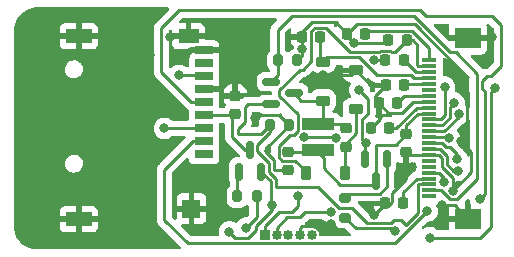
<source format=gbr>
%TF.GenerationSoftware,KiCad,Pcbnew,7.0.6*%
%TF.CreationDate,2024-02-06T14:07:08+09:00*%
%TF.ProjectId,CO2_sensor,434f325f-7365-46e7-936f-722e6b696361,rev?*%
%TF.SameCoordinates,Original*%
%TF.FileFunction,Copper,L1,Top*%
%TF.FilePolarity,Positive*%
%FSLAX46Y46*%
G04 Gerber Fmt 4.6, Leading zero omitted, Abs format (unit mm)*
G04 Created by KiCad (PCBNEW 7.0.6) date 2024-02-06 14:07:08*
%MOMM*%
%LPD*%
G01*
G04 APERTURE LIST*
G04 Aperture macros list*
%AMRoundRect*
0 Rectangle with rounded corners*
0 $1 Rounding radius*
0 $2 $3 $4 $5 $6 $7 $8 $9 X,Y pos of 4 corners*
0 Add a 4 corners polygon primitive as box body*
4,1,4,$2,$3,$4,$5,$6,$7,$8,$9,$2,$3,0*
0 Add four circle primitives for the rounded corners*
1,1,$1+$1,$2,$3*
1,1,$1+$1,$4,$5*
1,1,$1+$1,$6,$7*
1,1,$1+$1,$8,$9*
0 Add four rect primitives between the rounded corners*
20,1,$1+$1,$2,$3,$4,$5,0*
20,1,$1+$1,$4,$5,$6,$7,0*
20,1,$1+$1,$6,$7,$8,$9,0*
20,1,$1+$1,$8,$9,$2,$3,0*%
G04 Aperture macros list end*
%TA.AperFunction,SMDPad,CuDef*%
%ADD10RoundRect,0.200000X0.200000X0.275000X-0.200000X0.275000X-0.200000X-0.275000X0.200000X-0.275000X0*%
%TD*%
%TA.AperFunction,SMDPad,CuDef*%
%ADD11RoundRect,0.225000X-0.225000X-0.250000X0.225000X-0.250000X0.225000X0.250000X-0.225000X0.250000X0*%
%TD*%
%TA.AperFunction,SMDPad,CuDef*%
%ADD12RoundRect,0.225000X-0.250000X0.225000X-0.250000X-0.225000X0.250000X-0.225000X0.250000X0.225000X0*%
%TD*%
%TA.AperFunction,SMDPad,CuDef*%
%ADD13RoundRect,0.225000X0.250000X-0.225000X0.250000X0.225000X-0.250000X0.225000X-0.250000X-0.225000X0*%
%TD*%
%TA.AperFunction,SMDPad,CuDef*%
%ADD14R,1.300000X0.300000*%
%TD*%
%TA.AperFunction,SMDPad,CuDef*%
%ADD15R,2.200000X1.800000*%
%TD*%
%TA.AperFunction,SMDPad,CuDef*%
%ADD16RoundRect,0.225000X0.225000X0.375000X-0.225000X0.375000X-0.225000X-0.375000X0.225000X-0.375000X0*%
%TD*%
%TA.AperFunction,SMDPad,CuDef*%
%ADD17RoundRect,0.225000X0.225000X0.250000X-0.225000X0.250000X-0.225000X-0.250000X0.225000X-0.250000X0*%
%TD*%
%TA.AperFunction,SMDPad,CuDef*%
%ADD18RoundRect,0.200000X0.275000X-0.200000X0.275000X0.200000X-0.275000X0.200000X-0.275000X-0.200000X0*%
%TD*%
%TA.AperFunction,ComponentPad*%
%ADD19R,0.850000X0.850000*%
%TD*%
%TA.AperFunction,ComponentPad*%
%ADD20O,0.850000X0.850000*%
%TD*%
%TA.AperFunction,SMDPad,CuDef*%
%ADD21RoundRect,0.150000X0.150000X-0.587500X0.150000X0.587500X-0.150000X0.587500X-0.150000X-0.587500X0*%
%TD*%
%TA.AperFunction,SMDPad,CuDef*%
%ADD22RoundRect,0.200000X-0.200000X-0.275000X0.200000X-0.275000X0.200000X0.275000X-0.200000X0.275000X0*%
%TD*%
%TA.AperFunction,SMDPad,CuDef*%
%ADD23RoundRect,0.150000X-0.150000X0.587500X-0.150000X-0.587500X0.150000X-0.587500X0.150000X0.587500X0*%
%TD*%
%TA.AperFunction,SMDPad,CuDef*%
%ADD24RoundRect,0.225000X-0.375000X0.225000X-0.375000X-0.225000X0.375000X-0.225000X0.375000X0.225000X0*%
%TD*%
%TA.AperFunction,SMDPad,CuDef*%
%ADD25RoundRect,0.150000X-0.587500X-0.150000X0.587500X-0.150000X0.587500X0.150000X-0.587500X0.150000X0*%
%TD*%
%TA.AperFunction,SMDPad,CuDef*%
%ADD26R,1.600000X0.700000*%
%TD*%
%TA.AperFunction,SMDPad,CuDef*%
%ADD27R,1.800000X1.200000*%
%TD*%
%TA.AperFunction,SMDPad,CuDef*%
%ADD28R,2.200000X1.200000*%
%TD*%
%TA.AperFunction,SMDPad,CuDef*%
%ADD29R,1.500000X1.600000*%
%TD*%
%TA.AperFunction,SMDPad,CuDef*%
%ADD30R,2.700000X1.000000*%
%TD*%
%TA.AperFunction,ViaPad*%
%ADD31C,0.800000*%
%TD*%
%TA.AperFunction,Conductor*%
%ADD32C,0.250000*%
%TD*%
G04 APERTURE END LIST*
D10*
%TO.P,R7,1*%
%TO.N,/SD_PWR*%
X184825000Y-126000000D03*
%TO.P,R7,2*%
%TO.N,Net-(Q4-G)*%
X183175000Y-126000000D03*
%TD*%
D11*
%TO.P,C4,1*%
%TO.N,GND*%
X192475000Y-112250000D03*
%TO.P,C4,2*%
%TO.N,/VCOM*%
X194025000Y-112250000D03*
%TD*%
D12*
%TO.P,C1,1*%
%TO.N,/SC_3V3*%
X187470437Y-122236132D03*
%TO.P,C1,2*%
%TO.N,GND*%
X187470437Y-123786132D03*
%TD*%
D13*
%TO.P,C2,1*%
%TO.N,Net-(D1-K)*%
X192418000Y-121795382D03*
%TO.P,C2,2*%
%TO.N,Net-(D3-A)*%
X192418000Y-120245382D03*
%TD*%
D14*
%TO.P,J2,1,Pin_1*%
%TO.N,unconnected-(J2-Pin_1-Pad1)*%
X199450000Y-126000000D03*
%TO.P,J2,2,Pin_2*%
%TO.N,/GDR*%
X199450000Y-125500000D03*
%TO.P,J2,3,Pin_3*%
%TO.N,/RESE*%
X199450000Y-125000000D03*
%TO.P,J2,4,Pin_4*%
%TO.N,Net-(J2-Pin_4)*%
X199450000Y-124500000D03*
%TO.P,J2,5,Pin_5*%
%TO.N,Net-(J2-Pin_5)*%
X199450000Y-124000000D03*
%TO.P,J2,6,Pin_6*%
%TO.N,unconnected-(J2-Pin_6-Pad6)*%
X199450000Y-123500000D03*
%TO.P,J2,7,Pin_7*%
%TO.N,unconnected-(J2-Pin_7-Pad7)*%
X199450000Y-123000000D03*
%TO.P,J2,8,Pin_8*%
%TO.N,GND*%
X199450000Y-122500000D03*
%TO.P,J2,9,Pin_9*%
%TO.N,/Screen_BUSY*%
X199450000Y-122000000D03*
%TO.P,J2,10,Pin_10*%
%TO.N,/Screen_RES*%
X199450000Y-121500000D03*
%TO.P,J2,11,Pin_11*%
%TO.N,/D{slash}C*%
X199450000Y-121000000D03*
%TO.P,J2,12,Pin_12*%
%TO.N,/Screen_CS*%
X199450000Y-120500000D03*
%TO.P,J2,13,Pin_13*%
%TO.N,/SCK*%
X199450000Y-120000000D03*
%TO.P,J2,14,Pin_14*%
%TO.N,/SDI*%
X199450000Y-119500000D03*
%TO.P,J2,15,Pin_15*%
%TO.N,/SC_3V3*%
X199450000Y-119000000D03*
%TO.P,J2,16,Pin_16*%
%TO.N,Net-(J2-Pin_16)*%
X199450000Y-118500000D03*
%TO.P,J2,17,Pin_17*%
%TO.N,GND*%
X199450000Y-118000000D03*
%TO.P,J2,18,Pin_18*%
%TO.N,Net-(J2-Pin_18)*%
X199450000Y-117500000D03*
%TO.P,J2,19,Pin_19*%
%TO.N,unconnected-(J2-Pin_19-Pad19)*%
X199450000Y-117000000D03*
%TO.P,J2,20,Pin_20*%
%TO.N,Net-(J2-Pin_20)*%
X199450000Y-116500000D03*
%TO.P,J2,21,Pin_21*%
%TO.N,/PREVGH*%
X199450000Y-116000000D03*
%TO.P,J2,22,Pin_22*%
%TO.N,Net-(J2-Pin_22)*%
X199450000Y-115500000D03*
%TO.P,J2,23,Pin_23*%
%TO.N,/PREVGL*%
X199450000Y-115000000D03*
%TO.P,J2,24,Pin_24*%
%TO.N,/VCOM*%
X199450000Y-114500000D03*
D15*
%TO.P,J2,MP,MountPin*%
%TO.N,GND*%
X202700000Y-127900000D03*
X202700000Y-112600000D03*
%TD*%
D16*
%TO.P,D1,1,K*%
%TO.N,Net-(D1-K)*%
X192290086Y-124053780D03*
%TO.P,D1,2,A*%
%TO.N,/PREVGL*%
X188990086Y-124053780D03*
%TD*%
D11*
%TO.P,C10,1*%
%TO.N,GND*%
X195974999Y-112789777D03*
%TO.P,C10,2*%
%TO.N,/PREVGL*%
X197524999Y-112789777D03*
%TD*%
D17*
%TO.P,C3,1*%
%TO.N,/PREVGH*%
X190202665Y-112522265D03*
%TO.P,C3,2*%
%TO.N,GND*%
X188652665Y-112522265D03*
%TD*%
D18*
%TO.P,R3,1*%
%TO.N,/Screen_PWR*%
X192327987Y-127823208D03*
%TO.P,R3,2*%
%TO.N,Net-(Q3-G)*%
X192327987Y-126173208D03*
%TD*%
D13*
%TO.P,C15,1*%
%TO.N,Net-(J3-VDD)*%
X183000000Y-119025000D03*
%TO.P,C15,2*%
%TO.N,GND*%
X183000000Y-117475000D03*
%TD*%
D19*
%TO.P,J1,1,Pin_1*%
%TO.N,/ICSPCLK*%
X185500000Y-129250000D03*
D20*
%TO.P,J1,2,Pin_2*%
%TO.N,/ICSPDAT*%
X186500000Y-129250000D03*
%TO.P,J1,3,Pin_3*%
%TO.N,+3.3V*%
X187500000Y-129250000D03*
%TO.P,J1,4,Pin_4*%
%TO.N,GND*%
X188500000Y-129250000D03*
%TO.P,J1,5,Pin_5*%
%TO.N,/MCLR*%
X189500000Y-129250000D03*
%TD*%
D10*
%TO.P,R4,1*%
%TO.N,GND*%
X187587500Y-120000000D03*
%TO.P,R4,2*%
%TO.N,/RESE*%
X185937500Y-120000000D03*
%TD*%
D11*
%TO.P,C9,1*%
%TO.N,GND*%
X195139234Y-118110744D03*
%TO.P,C9,2*%
%TO.N,Net-(J2-Pin_18)*%
X196689234Y-118110744D03*
%TD*%
%TO.P,C8,1*%
%TO.N,GND*%
X194475000Y-120250000D03*
%TO.P,C8,2*%
%TO.N,Net-(J2-Pin_16)*%
X196025000Y-120250000D03*
%TD*%
D21*
%TO.P,Q4,1,G*%
%TO.N,Net-(Q4-G)*%
X183300000Y-123937500D03*
%TO.P,Q4,2,S*%
%TO.N,+3.3V*%
X185200000Y-123937500D03*
%TO.P,Q4,3,D*%
%TO.N,Net-(J3-VDD)*%
X184250000Y-122062500D03*
%TD*%
D22*
%TO.P,R1,1*%
%TO.N,/GDR*%
X186612500Y-114500000D03*
%TO.P,R1,2*%
%TO.N,GND*%
X188262500Y-114500000D03*
%TD*%
D23*
%TO.P,Q3,1,G*%
%TO.N,Net-(Q3-G)*%
X195849501Y-122834588D03*
%TO.P,Q3,2,S*%
%TO.N,+3.3V*%
X193949501Y-122834588D03*
%TO.P,Q3,3,D*%
%TO.N,/SC_3V3*%
X194899501Y-124709588D03*
%TD*%
D24*
%TO.P,D2,1,K*%
%TO.N,GND*%
X193187500Y-115350000D03*
%TO.P,D2,2,A*%
%TO.N,Net-(D1-K)*%
X193187500Y-118650000D03*
%TD*%
D25*
%TO.P,Q1,1,G*%
%TO.N,/GDR*%
X186062500Y-116300000D03*
%TO.P,Q1,2,S*%
%TO.N,/RESE*%
X186062500Y-118200000D03*
%TO.P,Q1,3,D*%
%TO.N,Net-(D3-A)*%
X187937500Y-117250000D03*
%TD*%
D24*
%TO.P,D3,1,K*%
%TO.N,/PREVGH*%
X190437500Y-114600000D03*
%TO.P,D3,2,A*%
%TO.N,Net-(D3-A)*%
X190437500Y-117900000D03*
%TD*%
D11*
%TO.P,C11,1*%
%TO.N,GND*%
X195683764Y-126585530D03*
%TO.P,C11,2*%
%TO.N,Net-(J2-Pin_4)*%
X197233764Y-126585530D03*
%TD*%
%TO.P,C6,1*%
%TO.N,GND*%
X195778724Y-116574577D03*
%TO.P,C6,2*%
%TO.N,Net-(J2-Pin_20)*%
X197328724Y-116574577D03*
%TD*%
D26*
%TO.P,J3,1,DAT2*%
%TO.N,unconnected-(J3-DAT2-Pad1)*%
X180350000Y-122450000D03*
%TO.P,J3,2,DAT3/CD*%
%TO.N,/SD_CS*%
X180350000Y-121350000D03*
%TO.P,J3,3,CMD*%
%TO.N,/SDI*%
X180350000Y-120250000D03*
%TO.P,J3,4,VDD*%
%TO.N,Net-(J3-VDD)*%
X180350000Y-119150000D03*
%TO.P,J3,5,CLK*%
%TO.N,/SCK*%
X180350000Y-118050000D03*
%TO.P,J3,6,VSS*%
%TO.N,GND*%
X180350000Y-116950000D03*
%TO.P,J3,7,DAT0*%
%TO.N,/SDO*%
X180350000Y-115850000D03*
%TO.P,J3,8,DAT1*%
%TO.N,unconnected-(J3-DAT1-Pad8)*%
X180350000Y-114750000D03*
D27*
%TO.P,J3,9,SHIELD*%
%TO.N,GND*%
X179050000Y-112450000D03*
D28*
X169750000Y-112450000D03*
D26*
X180350000Y-113650000D03*
D29*
X179300000Y-127050000D03*
D28*
X169750000Y-127950000D03*
%TD*%
D13*
%TO.P,C16,1*%
%TO.N,GND*%
X197500000Y-122275000D03*
%TO.P,C16,2*%
%TO.N,/SC_3V3*%
X197500000Y-120725000D03*
%TD*%
D11*
%TO.P,C7,1*%
%TO.N,GND*%
X195725000Y-114500000D03*
%TO.P,C7,2*%
%TO.N,Net-(J2-Pin_22)*%
X197275000Y-114500000D03*
%TD*%
D30*
%TO.P,L1,1,1*%
%TO.N,/SC_3V3*%
X190035350Y-122119676D03*
%TO.P,L1,2,2*%
%TO.N,Net-(D3-A)*%
X190035350Y-119919676D03*
%TD*%
D31*
%TO.N,GND*%
X194774000Y-114500000D03*
X204750000Y-112500000D03*
X190423449Y-115699785D03*
X177500000Y-112500000D03*
X188662500Y-113502353D03*
X184693921Y-119400498D03*
X167000000Y-120000000D03*
X178750000Y-114250000D03*
X202097264Y-121329994D03*
X193097043Y-113025500D03*
X200500000Y-126775500D03*
X178250000Y-124750000D03*
X175750000Y-114000000D03*
X201452998Y-125522404D03*
X191100405Y-128325500D03*
X198000000Y-123500000D03*
X194750000Y-127548639D03*
%TO.N,/SDA*%
X191499500Y-121026507D03*
X188821751Y-121019178D03*
%TO.N,+3.3V*%
X193512299Y-117012299D03*
X186076200Y-126773441D03*
X194074500Y-121524542D03*
X182500000Y-129000000D03*
%TO.N,Net-(J2-Pin_5)*%
X200693201Y-124763313D03*
%TO.N,/ICSPCLK*%
X188283749Y-125974570D03*
%TO.N,/ICSPDAT*%
X191084223Y-127326128D03*
%TO.N,/MCLR*%
X205025500Y-116825612D03*
X199500000Y-129500000D03*
%TO.N,/Screen_BUSY*%
X201860089Y-123835490D03*
%TO.N,/Screen_RES*%
X201779414Y-122839248D03*
%TO.N,/D{slash}C*%
X201125180Y-121097491D03*
%TO.N,/Screen_CS*%
X201931007Y-119016955D03*
%TO.N,/SCK*%
X203750000Y-126250000D03*
X201554496Y-118091080D03*
%TO.N,/SDI*%
X200737701Y-116750000D03*
X177000000Y-120250000D03*
%TO.N,/SD_CS*%
X199250000Y-127274500D03*
%TO.N,/SDO*%
X178250000Y-115750000D03*
%TO.N,/Screen_PWR*%
X196546077Y-128910430D03*
%TO.N,/SD_PWR*%
X183925096Y-128674500D03*
%TD*%
D32*
%TO.N,GND*%
X196250000Y-126500000D02*
X196250000Y-125750000D01*
X200493560Y-122763968D02*
X200493560Y-123493560D01*
X191497265Y-111272265D02*
X189477735Y-111272265D01*
X186275000Y-123739708D02*
X186310292Y-123775000D01*
X198200000Y-111450000D02*
X193275000Y-111450000D01*
X193097043Y-113025500D02*
X192475000Y-112403457D01*
X203000000Y-122232730D02*
X203000000Y-123975402D01*
X196250000Y-125750000D02*
X197500000Y-124500000D01*
X195714776Y-113050000D02*
X195974999Y-112789777D01*
X188662500Y-113502353D02*
X188662500Y-114100000D01*
X197500000Y-123500000D02*
X197500000Y-122275000D01*
X198000000Y-123500000D02*
X197500000Y-123500000D01*
X188662500Y-112500000D02*
X188662500Y-113502353D01*
X195683764Y-126614875D02*
X194750000Y-127548639D01*
X195250000Y-119475000D02*
X195250000Y-118500000D01*
X199450000Y-122500000D02*
X197725000Y-122500000D01*
X191100405Y-128325500D02*
X190925905Y-128500000D01*
X196000000Y-126750000D02*
X196250000Y-126500000D01*
X199450000Y-122500000D02*
X200229592Y-122500000D01*
X193121543Y-113050000D02*
X195714776Y-113050000D01*
X188652665Y-112097335D02*
X188652665Y-112522265D01*
X188648960Y-128500000D02*
X188500000Y-128648960D01*
X198052795Y-118000000D02*
X197142051Y-118910744D01*
X195778724Y-116574577D02*
X195975000Y-116770853D01*
X203000000Y-123975402D02*
X201452998Y-125522404D01*
X194862500Y-118112500D02*
X194862500Y-117490801D01*
X192475000Y-112403457D02*
X192475000Y-112250000D01*
X195939234Y-118910744D02*
X195139234Y-118110744D01*
X201575500Y-126775500D02*
X202700000Y-127900000D01*
X197500000Y-124500000D02*
X197500000Y-123500000D01*
X186681250Y-119093750D02*
X187587500Y-120000000D01*
X192837715Y-115699785D02*
X193187500Y-115350000D01*
X185500000Y-122087500D02*
X185500000Y-122191853D01*
X185500000Y-122191853D02*
X186275000Y-122966853D01*
X200500000Y-126775500D02*
X201575500Y-126775500D01*
X188661645Y-113501498D02*
X188661645Y-112310440D01*
X194862500Y-117490801D02*
X195778724Y-116574577D01*
X201452998Y-124452998D02*
X201452998Y-125522404D01*
X174200000Y-112450000D02*
X175750000Y-114000000D01*
X195297467Y-118609460D02*
X195297467Y-118547467D01*
X186310292Y-123775000D02*
X187306349Y-123775000D01*
X188662500Y-114100000D02*
X188262500Y-114500000D01*
X169750000Y-112450000D02*
X174200000Y-112450000D01*
X190925905Y-128500000D02*
X188648960Y-128500000D01*
X195250000Y-118500000D02*
X194862500Y-118112500D01*
X180350000Y-113650000D02*
X179350000Y-113650000D01*
X199450000Y-118000000D02*
X198052795Y-118000000D01*
X185000669Y-119093750D02*
X186681250Y-119093750D01*
X195297467Y-118547467D02*
X194862500Y-118112500D01*
X202097264Y-121329994D02*
X203000000Y-122232730D01*
X188500000Y-128648960D02*
X188500000Y-129250000D01*
X197725000Y-122500000D02*
X197500000Y-122275000D01*
X194475000Y-120250000D02*
X195250000Y-119475000D01*
X197142051Y-118910744D02*
X195939234Y-118910744D01*
X200493560Y-123493560D02*
X201452998Y-124452998D01*
X194774000Y-114500000D02*
X195725000Y-114500000D01*
X202656007Y-115906007D02*
X198200000Y-111450000D01*
X190423449Y-115699785D02*
X192837715Y-115699785D01*
X179350000Y-113650000D02*
X178750000Y-114250000D01*
X200229592Y-122500000D02*
X200493560Y-122763968D01*
X187587500Y-120000000D02*
X185500000Y-122087500D01*
X195683764Y-126585530D02*
X195683764Y-126614875D01*
X202656007Y-120771251D02*
X202656007Y-115906007D01*
X186275000Y-122966853D02*
X186275000Y-123739708D01*
X195778724Y-116574577D02*
X194412077Y-116574577D01*
X188662500Y-113502353D02*
X188661645Y-113501498D01*
X184693921Y-119400498D02*
X185000669Y-119093750D01*
X193097043Y-113025500D02*
X193121543Y-113050000D01*
X189477735Y-111272265D02*
X188652665Y-112097335D01*
X193275000Y-111450000D02*
X192475000Y-112250000D01*
X192475000Y-112250000D02*
X191497265Y-111272265D01*
X202097264Y-121329994D02*
X202656007Y-120771251D01*
X195725000Y-126750000D02*
X196000000Y-126750000D01*
X194412077Y-116574577D02*
X193187500Y-115350000D01*
%TO.N,/SDA*%
X191499500Y-121026507D02*
X191492171Y-121019178D01*
X191492171Y-121019178D02*
X188821751Y-121019178D01*
%TO.N,+3.3V*%
X186000000Y-127250000D02*
X186000000Y-124737500D01*
X182500000Y-129000000D02*
X183000000Y-129500000D01*
X183000000Y-129500000D02*
X184124901Y-129500000D01*
X193949501Y-121649541D02*
X194074500Y-121524542D01*
X184124901Y-129500000D02*
X184750000Y-128874901D01*
X193700000Y-121200000D02*
X193700000Y-119515317D01*
X186000000Y-124737500D02*
X185200000Y-123937500D01*
X193949501Y-121449501D02*
X193700000Y-121200000D01*
X194250000Y-117750000D02*
X193512299Y-117012299D01*
X186076200Y-127173800D02*
X186000000Y-127250000D01*
X184750000Y-128874901D02*
X184750000Y-128500000D01*
X193949501Y-122834588D02*
X193949501Y-121449501D01*
X186076200Y-126773441D02*
X186076200Y-127173800D01*
X193700000Y-119515317D02*
X194250000Y-118965317D01*
X184750000Y-128500000D02*
X186000000Y-127250000D01*
X194250000Y-118965317D02*
X194250000Y-117750000D01*
X193949501Y-122834588D02*
X193949501Y-121649541D01*
%TO.N,/SC_3V3*%
X190500000Y-122750000D02*
X190500000Y-123641511D01*
X189986132Y-122236132D02*
X190500000Y-122750000D01*
X196600337Y-121624663D02*
X197500000Y-120725000D01*
X194572874Y-125036215D02*
X194899501Y-124709588D01*
X198500000Y-119000000D02*
X197500000Y-120000000D01*
X190500000Y-123641511D02*
X191894704Y-125036215D01*
X194899501Y-121624663D02*
X196600337Y-121624663D01*
X199450000Y-119000000D02*
X198500000Y-119000000D01*
X194899501Y-124709588D02*
X194899501Y-121624663D01*
X187470437Y-122236132D02*
X189986132Y-122236132D01*
X191894704Y-125036215D02*
X194572874Y-125036215D01*
X197500000Y-120000000D02*
X197500000Y-120725000D01*
%TO.N,Net-(D1-K)*%
X193187500Y-118650000D02*
X193250000Y-118712500D01*
X192290086Y-121626113D02*
X192290086Y-124053780D01*
X193250000Y-120666199D02*
X192290086Y-121626113D01*
X193250000Y-118712500D02*
X193250000Y-120666199D01*
%TO.N,Net-(D3-A)*%
X187937500Y-117250000D02*
X188587500Y-117900000D01*
X190437500Y-117900000D02*
X190437500Y-119650000D01*
X190187500Y-119900000D02*
X192112500Y-119900000D01*
X190437500Y-119650000D02*
X190187500Y-119900000D01*
X188587500Y-117900000D02*
X190437500Y-117900000D01*
X192112500Y-119900000D02*
X192687500Y-120475000D01*
%TO.N,/PREVGH*%
X190212500Y-112500000D02*
X190212500Y-114375000D01*
X197888604Y-115750000D02*
X198138604Y-116000000D01*
X194965316Y-115750000D02*
X197888604Y-115750000D01*
X198138604Y-116000000D02*
X199450000Y-116000000D01*
X193465317Y-114250000D02*
X194965316Y-115750000D01*
X190437500Y-114600000D02*
X190787500Y-114250000D01*
X190787500Y-114250000D02*
X193465317Y-114250000D01*
X190212500Y-114375000D02*
X190437500Y-114600000D01*
%TO.N,/VCOM*%
X196427816Y-111989777D02*
X194285223Y-111989777D01*
X197061959Y-112000000D02*
X196438039Y-112000000D01*
X197989777Y-111989777D02*
X197072182Y-111989777D01*
X197072182Y-111989777D02*
X197061959Y-112000000D01*
X199450000Y-113450000D02*
X197989777Y-111989777D01*
X196438039Y-112000000D02*
X196427816Y-111989777D01*
X199450000Y-114500000D02*
X199450000Y-113450000D01*
X194285223Y-111989777D02*
X194025000Y-112250000D01*
%TO.N,Net-(J2-Pin_5)*%
X200250000Y-124000000D02*
X199450000Y-124000000D01*
X200693201Y-124763313D02*
X200693201Y-124443201D01*
X200693201Y-124443201D02*
X200250000Y-124000000D01*
%TO.N,Net-(J2-Pin_20)*%
X199450000Y-116500000D02*
X197403301Y-116500000D01*
X197403301Y-116500000D02*
X197328724Y-116574577D01*
%TO.N,Net-(J2-Pin_22)*%
X199450000Y-115500000D02*
X198275000Y-115500000D01*
X198275000Y-115500000D02*
X197275000Y-114500000D01*
%TO.N,Net-(J2-Pin_16)*%
X199450000Y-118500000D02*
X198363604Y-118500000D01*
X198363604Y-118500000D02*
X196613604Y-120250000D01*
X196613604Y-120250000D02*
X196025000Y-120250000D01*
%TO.N,Net-(J2-Pin_18)*%
X197299978Y-117500000D02*
X196689234Y-118110744D01*
X199450000Y-117500000D02*
X197299978Y-117500000D01*
%TO.N,/PREVGL*%
X186992620Y-123011132D02*
X186670437Y-122688949D01*
X188093153Y-123000000D02*
X187959386Y-123000000D01*
X188478249Y-115300000D02*
X188700000Y-115300000D01*
X188990086Y-123896933D02*
X188093153Y-123000000D01*
X187948254Y-123011132D02*
X186992620Y-123011132D01*
X189749848Y-111722265D02*
X190655482Y-111722265D01*
X196177817Y-113700000D02*
X196227817Y-113750000D01*
X189436645Y-114563355D02*
X189436645Y-114508980D01*
X192683217Y-113750000D02*
X195222183Y-113750000D01*
X189427665Y-114500000D02*
X189427665Y-112044448D01*
X188004962Y-120800000D02*
X188330087Y-120474875D01*
X196227817Y-113750000D02*
X196564776Y-113750000D01*
X198039777Y-112789777D02*
X197524999Y-112789777D01*
X199450000Y-115000000D02*
X198500000Y-115000000D01*
X187653752Y-120800000D02*
X188004962Y-120800000D01*
X198500000Y-115000000D02*
X198409605Y-114909605D01*
X186750000Y-117471751D02*
X186750000Y-117028249D01*
X186750000Y-117028249D02*
X188478249Y-115300000D01*
X195272183Y-113700000D02*
X196177817Y-113700000D01*
X188330087Y-119051838D02*
X186750000Y-117471751D01*
X196564776Y-113750000D02*
X197524999Y-112789777D01*
X198409605Y-114909605D02*
X198409605Y-113159605D01*
X188700000Y-115300000D02*
X189436645Y-114563355D01*
X195222183Y-113750000D02*
X195272183Y-113700000D01*
X189436645Y-114508980D02*
X189427665Y-114500000D01*
X188330087Y-120474875D02*
X188330087Y-119051838D01*
X187959386Y-123000000D02*
X187948254Y-123011132D01*
X186670437Y-122688949D02*
X186670437Y-121783315D01*
X198409605Y-113159605D02*
X198039777Y-112789777D01*
X190655482Y-111722265D02*
X192683217Y-113750000D01*
X189427665Y-112044448D02*
X189749848Y-111722265D01*
X186670437Y-121783315D02*
X187653752Y-120800000D01*
X188990086Y-124053780D02*
X188990086Y-123896933D01*
%TO.N,Net-(J2-Pin_4)*%
X198363604Y-124500000D02*
X197233764Y-125629840D01*
X197233764Y-125629840D02*
X197233764Y-126585530D01*
X199450000Y-124500000D02*
X198363604Y-124500000D01*
%TO.N,/ICSPCLK*%
X186700000Y-127300000D02*
X185500000Y-128500000D01*
X185500000Y-128500000D02*
X185500000Y-129250000D01*
X188283749Y-126845836D02*
X187829585Y-127300000D01*
X187829585Y-127300000D02*
X186700000Y-127300000D01*
X188283749Y-125974570D02*
X188283749Y-126845836D01*
%TO.N,/ICSPDAT*%
X191084223Y-127326128D02*
X188923872Y-127326128D01*
X188923872Y-127326128D02*
X188500000Y-127750000D01*
X187398960Y-127750000D02*
X186500000Y-128648960D01*
X188500000Y-127750000D02*
X187398960Y-127750000D01*
X186500000Y-128648960D02*
X186500000Y-129250000D01*
%TO.N,/MCLR*%
X205025500Y-116825612D02*
X204633306Y-117217806D01*
X204633306Y-128616694D02*
X203750000Y-129500000D01*
X203750000Y-129500000D02*
X199500000Y-129500000D01*
X204633306Y-117217806D02*
X204633306Y-128616694D01*
%TO.N,/GDR*%
X203500000Y-116037427D02*
X203458306Y-116079121D01*
X186612500Y-114500000D02*
X186612500Y-115750000D01*
X187785067Y-110714933D02*
X198101329Y-110714933D01*
X201750000Y-126250000D02*
X201150000Y-126250000D01*
X201150000Y-126250000D02*
X200400000Y-125500000D01*
X201211396Y-113825000D02*
X201688604Y-113825000D01*
X186612500Y-111887500D02*
X187785067Y-110714933D01*
X203500000Y-117094217D02*
X203500000Y-124500000D01*
X200400000Y-125500000D02*
X199450000Y-125500000D01*
X203500000Y-115636396D02*
X203500000Y-116037427D01*
X201688604Y-113825000D02*
X203500000Y-115636396D01*
X198101329Y-110714933D02*
X201211396Y-113825000D01*
X186612500Y-115750000D02*
X186062500Y-116300000D01*
X203458306Y-116079121D02*
X203458306Y-117052523D01*
X203500000Y-124500000D02*
X201750000Y-126250000D01*
X203458306Y-117052523D02*
X203500000Y-117094217D01*
X186612500Y-114500000D02*
X186612500Y-111887500D01*
%TO.N,/RESE*%
X198475000Y-125025000D02*
X198500000Y-125000000D01*
X186450000Y-125200000D02*
X190000098Y-125200000D01*
X183200000Y-120750000D02*
X185187500Y-120750000D01*
X183800000Y-118450000D02*
X183800000Y-119700000D01*
X186450000Y-124551104D02*
X186450000Y-125200000D01*
X192884804Y-126992342D02*
X194165601Y-128273139D01*
X184875000Y-122203249D02*
X185825000Y-123153249D01*
X196476458Y-127998139D02*
X197077068Y-127998139D01*
X198500000Y-125000000D02*
X199450000Y-125000000D01*
X183800000Y-119700000D02*
X183200000Y-120300000D01*
X198475000Y-127413104D02*
X198475000Y-125025000D01*
X196201458Y-128273139D02*
X196476458Y-127998139D01*
X185825000Y-123926104D02*
X186450000Y-124551104D01*
X197483517Y-128404588D02*
X198475000Y-127413104D01*
X184875000Y-121625000D02*
X184875000Y-122203249D01*
X185187500Y-120750000D02*
X185937500Y-120000000D01*
X190000098Y-125200000D02*
X191792440Y-126992342D01*
X185937500Y-120000000D02*
X185937500Y-120562500D01*
X185825000Y-123153249D02*
X185825000Y-123926104D01*
X194165601Y-128273139D02*
X196201458Y-128273139D01*
X186062500Y-118200000D02*
X184050000Y-118200000D01*
X197077068Y-127998139D02*
X197483517Y-128404588D01*
X191792440Y-126992342D02*
X192884804Y-126992342D01*
X184050000Y-118200000D02*
X183800000Y-118450000D01*
X185937500Y-120562500D02*
X184875000Y-121625000D01*
X183200000Y-120300000D02*
X183200000Y-120750000D01*
%TO.N,/Screen_BUSY*%
X200365988Y-122000000D02*
X199450000Y-122000000D01*
X200943560Y-123307164D02*
X200943560Y-122577572D01*
X200943560Y-122577572D02*
X200365988Y-122000000D01*
X201860089Y-123835490D02*
X201471886Y-123835490D01*
X201471886Y-123835490D02*
X200943560Y-123307164D01*
%TO.N,/Screen_RES*%
X201779414Y-122452622D02*
X201149283Y-121822491D01*
X201779414Y-122839248D02*
X201779414Y-122452622D01*
X200824875Y-121822491D02*
X200502384Y-121500000D01*
X200502384Y-121500000D02*
X199450000Y-121500000D01*
X201149283Y-121822491D02*
X200824875Y-121822491D01*
%TO.N,/D{slash}C*%
X201027689Y-121000000D02*
X199450000Y-121000000D01*
X201125180Y-121097491D02*
X201027689Y-121000000D01*
%TO.N,/Screen_CS*%
X201931007Y-119016955D02*
X201931007Y-119284046D01*
X200715053Y-120500000D02*
X199450000Y-120500000D01*
X201931007Y-119284046D02*
X200715053Y-120500000D01*
%TO.N,/SCK*%
X176750000Y-111750000D02*
X178235067Y-110264933D01*
X201197066Y-119339330D02*
X200536396Y-120000000D01*
X201554496Y-118091080D02*
X201197066Y-118448510D01*
X201197066Y-118448510D02*
X201197066Y-119339330D01*
X176750000Y-115500000D02*
X176750000Y-111750000D01*
X179300000Y-118050000D02*
X176750000Y-115500000D01*
X204659178Y-115840822D02*
X204333001Y-115840822D01*
X204183306Y-125816694D02*
X203750000Y-126250000D01*
X199136396Y-110750000D02*
X204750000Y-110750000D01*
X180350000Y-118050000D02*
X179300000Y-118050000D01*
X204333001Y-115840822D02*
X203908306Y-116265517D01*
X178235067Y-110264933D02*
X198651329Y-110264933D01*
X200536396Y-120000000D02*
X199450000Y-120000000D01*
X204750000Y-110750000D02*
X205500000Y-111500000D01*
X204183306Y-117141127D02*
X204183306Y-125816694D01*
X203908306Y-116866127D02*
X204183306Y-117141127D01*
X205500000Y-111500000D02*
X205500000Y-115000000D01*
X205500000Y-115000000D02*
X204659178Y-115840822D01*
X198651329Y-110264933D02*
X199136396Y-110750000D01*
X203908306Y-116265517D02*
X203908306Y-116866127D01*
%TO.N,/SDI*%
X200400000Y-119500000D02*
X199450000Y-119500000D01*
X177000000Y-120250000D02*
X180350000Y-120250000D01*
X200737701Y-116750000D02*
X200737701Y-119162299D01*
X200737701Y-119162299D02*
X200400000Y-119500000D01*
%TO.N,/SD_CS*%
X196524500Y-130000000D02*
X179000000Y-130000000D01*
X177000000Y-128000000D02*
X177000000Y-123750000D01*
X177000000Y-123750000D02*
X179400000Y-121350000D01*
X179000000Y-130000000D02*
X177000000Y-128000000D01*
X179400000Y-121350000D02*
X180350000Y-121350000D01*
X199250000Y-127274500D02*
X196524500Y-130000000D01*
%TO.N,Net-(J3-VDD)*%
X184250000Y-122062500D02*
X183812500Y-122062500D01*
X183812500Y-122062500D02*
X182750000Y-121000000D01*
X183000000Y-119025000D02*
X182875000Y-119150000D01*
X182750000Y-121000000D02*
X182750000Y-119275000D01*
X182750000Y-119275000D02*
X183000000Y-119025000D01*
X182875000Y-119150000D02*
X180350000Y-119150000D01*
%TO.N,/SDO*%
X178250000Y-115750000D02*
X180250000Y-115750000D01*
X180250000Y-115750000D02*
X180350000Y-115850000D01*
%TO.N,Net-(Q3-G)*%
X195849501Y-125168839D02*
X195246252Y-125772088D01*
X195246252Y-125772088D02*
X192729107Y-125772088D01*
X192729107Y-125772088D02*
X192327987Y-126173208D01*
X195849501Y-122834588D02*
X195849501Y-125168839D01*
%TO.N,Net-(Q4-G)*%
X183175000Y-124062500D02*
X183300000Y-123937500D01*
X183175000Y-126000000D02*
X183175000Y-124062500D01*
%TO.N,/Screen_PWR*%
X196358786Y-128723139D02*
X193227918Y-128723139D01*
X196546077Y-128910430D02*
X196358786Y-128723139D01*
X193227918Y-128723139D02*
X192327987Y-127823208D01*
%TO.N,/SD_PWR*%
X184825000Y-127774596D02*
X184825000Y-126000000D01*
X183925096Y-128674500D02*
X184825000Y-127774596D01*
%TD*%
%TA.AperFunction,Conductor*%
%TO.N,GND*%
G36*
X177382587Y-110020185D02*
G01*
X177428342Y-110072989D01*
X177438286Y-110142147D01*
X177409261Y-110205703D01*
X177403233Y-110212176D01*
X177201719Y-110413690D01*
X176366208Y-111249199D01*
X176353951Y-111259020D01*
X176354134Y-111259241D01*
X176348123Y-111264213D01*
X176300772Y-111314636D01*
X176279889Y-111335518D01*
X176279877Y-111335532D01*
X176275621Y-111341017D01*
X176271837Y-111345447D01*
X176239937Y-111379418D01*
X176239936Y-111379420D01*
X176230284Y-111396976D01*
X176219610Y-111413226D01*
X176207329Y-111429061D01*
X176207324Y-111429068D01*
X176188815Y-111471838D01*
X176186245Y-111477084D01*
X176163803Y-111517906D01*
X176158822Y-111537307D01*
X176152521Y-111555710D01*
X176144562Y-111574102D01*
X176144561Y-111574105D01*
X176137271Y-111620127D01*
X176136087Y-111625846D01*
X176124501Y-111670972D01*
X176124499Y-111670984D01*
X176124499Y-111691020D01*
X176122973Y-111710411D01*
X176120365Y-111726879D01*
X176119840Y-111730196D01*
X176121015Y-111742627D01*
X176124225Y-111776583D01*
X176124500Y-111782421D01*
X176124499Y-115417255D01*
X176122776Y-115432872D01*
X176123061Y-115432899D01*
X176122326Y-115440665D01*
X176124500Y-115509814D01*
X176124500Y-115539343D01*
X176124501Y-115539360D01*
X176125368Y-115546231D01*
X176125826Y-115552050D01*
X176127290Y-115598624D01*
X176127291Y-115598627D01*
X176132880Y-115617867D01*
X176136824Y-115636911D01*
X176139193Y-115655657D01*
X176139336Y-115656791D01*
X176156490Y-115700119D01*
X176158382Y-115705647D01*
X176171381Y-115750388D01*
X176181580Y-115767634D01*
X176190138Y-115785103D01*
X176197514Y-115803732D01*
X176224898Y-115841423D01*
X176228106Y-115846307D01*
X176251827Y-115886416D01*
X176251833Y-115886424D01*
X176265990Y-115900580D01*
X176278627Y-115915375D01*
X176290406Y-115931587D01*
X176318670Y-115954969D01*
X176326309Y-115961288D01*
X176330620Y-115965210D01*
X177565054Y-117199644D01*
X178799194Y-118433784D01*
X178809019Y-118446048D01*
X178809240Y-118445866D01*
X178814210Y-118451873D01*
X178814213Y-118451876D01*
X178814214Y-118451877D01*
X178864651Y-118499241D01*
X178885530Y-118520120D01*
X178891004Y-118524366D01*
X178895442Y-118528156D01*
X178929418Y-118560062D01*
X178929422Y-118560064D01*
X178946973Y-118569713D01*
X178963231Y-118580392D01*
X178973714Y-118588524D01*
X178979065Y-118592675D01*
X178985777Y-118596644D01*
X178985117Y-118597758D01*
X179032653Y-118637312D01*
X179053674Y-118703944D01*
X179052989Y-118719674D01*
X179049500Y-118752127D01*
X179049500Y-119145012D01*
X179049501Y-119500500D01*
X179029817Y-119567539D01*
X178977013Y-119613294D01*
X178925501Y-119624500D01*
X177703748Y-119624500D01*
X177636709Y-119604815D01*
X177611600Y-119583474D01*
X177605873Y-119577114D01*
X177605869Y-119577110D01*
X177452734Y-119465851D01*
X177452729Y-119465848D01*
X177279807Y-119388857D01*
X177279802Y-119388855D01*
X177134001Y-119357865D01*
X177094646Y-119349500D01*
X176905354Y-119349500D01*
X176872897Y-119356398D01*
X176720197Y-119388855D01*
X176720192Y-119388857D01*
X176547270Y-119465848D01*
X176547265Y-119465851D01*
X176394129Y-119577111D01*
X176267466Y-119717785D01*
X176172821Y-119881715D01*
X176172818Y-119881722D01*
X176119937Y-120044474D01*
X176114326Y-120061744D01*
X176094540Y-120250000D01*
X176114326Y-120438256D01*
X176114327Y-120438259D01*
X176172818Y-120618277D01*
X176172821Y-120618284D01*
X176267467Y-120782216D01*
X176363627Y-120889012D01*
X176394129Y-120922888D01*
X176547265Y-121034148D01*
X176547270Y-121034151D01*
X176720192Y-121111142D01*
X176720197Y-121111144D01*
X176905354Y-121150500D01*
X176905355Y-121150500D01*
X177094644Y-121150500D01*
X177094646Y-121150500D01*
X177279803Y-121111144D01*
X177452730Y-121034151D01*
X177605871Y-120922888D01*
X177610943Y-120917255D01*
X177611600Y-120916526D01*
X177671087Y-120879879D01*
X177703748Y-120875500D01*
X178690547Y-120875500D01*
X178757586Y-120895185D01*
X178803341Y-120947989D01*
X178813285Y-121017147D01*
X178784260Y-121080703D01*
X178778228Y-121087181D01*
X176616208Y-123249199D01*
X176603951Y-123259020D01*
X176604134Y-123259241D01*
X176598123Y-123264213D01*
X176550772Y-123314636D01*
X176529889Y-123335518D01*
X176529877Y-123335532D01*
X176525621Y-123341017D01*
X176521837Y-123345447D01*
X176489937Y-123379418D01*
X176489936Y-123379420D01*
X176480284Y-123396976D01*
X176469610Y-123413226D01*
X176457329Y-123429061D01*
X176457324Y-123429068D01*
X176438815Y-123471838D01*
X176436245Y-123477084D01*
X176413803Y-123517906D01*
X176408822Y-123537307D01*
X176402521Y-123555710D01*
X176394562Y-123574102D01*
X176394561Y-123574105D01*
X176387271Y-123620127D01*
X176386087Y-123625846D01*
X176374501Y-123670972D01*
X176374499Y-123670984D01*
X176374499Y-123691020D01*
X176372973Y-123710411D01*
X176369840Y-123730194D01*
X176369840Y-123730195D01*
X176374225Y-123776583D01*
X176374500Y-123782421D01*
X176374500Y-127917255D01*
X176372775Y-127932872D01*
X176373061Y-127932899D01*
X176372326Y-127940665D01*
X176374500Y-128009814D01*
X176374500Y-128039343D01*
X176374501Y-128039360D01*
X176375368Y-128046231D01*
X176375826Y-128052050D01*
X176377290Y-128098624D01*
X176377291Y-128098627D01*
X176382880Y-128117867D01*
X176386824Y-128136911D01*
X176389336Y-128156792D01*
X176396026Y-128173689D01*
X176406490Y-128200119D01*
X176408382Y-128205647D01*
X176421381Y-128250388D01*
X176431580Y-128267634D01*
X176440138Y-128285103D01*
X176447514Y-128303732D01*
X176474898Y-128341423D01*
X176478106Y-128346307D01*
X176501827Y-128386416D01*
X176501833Y-128386424D01*
X176515990Y-128400580D01*
X176528628Y-128415376D01*
X176540405Y-128431586D01*
X176540406Y-128431587D01*
X176576309Y-128461288D01*
X176580620Y-128465210D01*
X177974911Y-129859502D01*
X178403228Y-130287819D01*
X178436713Y-130349142D01*
X178431729Y-130418834D01*
X178389857Y-130474767D01*
X178324393Y-130499184D01*
X178315547Y-130499500D01*
X166252024Y-130499500D01*
X166247974Y-130499367D01*
X166209954Y-130496875D01*
X166166350Y-130494017D01*
X165984560Y-130481015D01*
X165976880Y-130479980D01*
X165860579Y-130456846D01*
X165716352Y-130425472D01*
X165709596Y-130423597D01*
X165677881Y-130412831D01*
X165590578Y-130383196D01*
X165555768Y-130370212D01*
X165458257Y-130333841D01*
X165452499Y-130331355D01*
X165337047Y-130274421D01*
X165215091Y-130207828D01*
X165210357Y-130204962D01*
X165103349Y-130133461D01*
X165100639Y-130131543D01*
X165049832Y-130093510D01*
X164991353Y-130049732D01*
X164987648Y-130046729D01*
X164890492Y-129961526D01*
X164887549Y-129958769D01*
X164791228Y-129862448D01*
X164788469Y-129859502D01*
X164755450Y-129821851D01*
X164703265Y-129762345D01*
X164700271Y-129758652D01*
X164618454Y-129649358D01*
X164616537Y-129646649D01*
X164545036Y-129539641D01*
X164542170Y-129534906D01*
X164475578Y-129412952D01*
X164418643Y-129297499D01*
X164416157Y-129291741D01*
X164403076Y-129256671D01*
X164366805Y-129159425D01*
X164326395Y-129040383D01*
X164324531Y-129033666D01*
X164294337Y-128894863D01*
X164293153Y-128889420D01*
X164285070Y-128848784D01*
X164270015Y-128773100D01*
X164268985Y-128765459D01*
X164255986Y-128583708D01*
X164252938Y-128537198D01*
X164250633Y-128502019D01*
X164250500Y-128497964D01*
X164250500Y-128200000D01*
X168150000Y-128200000D01*
X168150000Y-128597844D01*
X168156401Y-128657372D01*
X168156403Y-128657379D01*
X168206645Y-128792086D01*
X168206649Y-128792093D01*
X168292809Y-128907187D01*
X168292812Y-128907190D01*
X168407906Y-128993350D01*
X168407913Y-128993354D01*
X168542620Y-129043596D01*
X168542627Y-129043598D01*
X168602155Y-129049999D01*
X168602172Y-129050000D01*
X169500000Y-129050000D01*
X169500000Y-128200000D01*
X170000000Y-128200000D01*
X170000000Y-129050000D01*
X170897828Y-129050000D01*
X170897844Y-129049999D01*
X170957372Y-129043598D01*
X170957379Y-129043596D01*
X171092086Y-128993354D01*
X171092093Y-128993350D01*
X171207187Y-128907190D01*
X171207190Y-128907187D01*
X171293350Y-128792093D01*
X171293354Y-128792086D01*
X171343596Y-128657379D01*
X171343598Y-128657372D01*
X171349999Y-128597844D01*
X171350000Y-128597827D01*
X171350000Y-128200000D01*
X170000000Y-128200000D01*
X169500000Y-128200000D01*
X168150000Y-128200000D01*
X164250500Y-128200000D01*
X164250500Y-127700000D01*
X168150000Y-127700000D01*
X169500000Y-127700000D01*
X169500000Y-126850000D01*
X170000000Y-126850000D01*
X170000000Y-127700000D01*
X171350000Y-127700000D01*
X171350000Y-127302172D01*
X171349999Y-127302155D01*
X171343598Y-127242627D01*
X171343596Y-127242620D01*
X171293354Y-127107913D01*
X171293350Y-127107906D01*
X171207190Y-126992812D01*
X171207187Y-126992809D01*
X171092093Y-126906649D01*
X171092086Y-126906645D01*
X170957379Y-126856403D01*
X170957372Y-126856401D01*
X170897844Y-126850000D01*
X170000000Y-126850000D01*
X169500000Y-126850000D01*
X168602155Y-126850000D01*
X168542627Y-126856401D01*
X168542620Y-126856403D01*
X168407913Y-126906645D01*
X168407906Y-126906649D01*
X168292812Y-126992809D01*
X168292809Y-126992812D01*
X168206649Y-127107906D01*
X168206645Y-127107913D01*
X168156403Y-127242620D01*
X168156401Y-127242627D01*
X168150000Y-127302155D01*
X168150000Y-127700000D01*
X164250500Y-127700000D01*
X164250500Y-123293933D01*
X168595668Y-123293933D01*
X168625017Y-123460373D01*
X168626135Y-123466711D01*
X168695623Y-123627804D01*
X168695624Y-123627806D01*
X168695626Y-123627809D01*
X168771851Y-123730196D01*
X168800390Y-123768530D01*
X168934786Y-123881302D01*
X168988701Y-123908379D01*
X169091562Y-123960038D01*
X169091563Y-123960038D01*
X169091567Y-123960040D01*
X169262279Y-124000500D01*
X169262282Y-124000500D01*
X169393701Y-124000500D01*
X169393709Y-124000500D01*
X169524255Y-123985241D01*
X169689117Y-123925237D01*
X169835696Y-123828830D01*
X169956092Y-123701218D01*
X170043812Y-123549281D01*
X170094130Y-123381210D01*
X170104331Y-123206065D01*
X170073865Y-123033289D01*
X170004377Y-122872196D01*
X170001468Y-122868289D01*
X169899609Y-122731469D01*
X169765214Y-122618698D01*
X169765212Y-122618697D01*
X169608437Y-122539961D01*
X169608433Y-122539960D01*
X169437721Y-122499500D01*
X169306291Y-122499500D01*
X169201854Y-122511707D01*
X169175743Y-122514759D01*
X169175740Y-122514760D01*
X169010884Y-122574762D01*
X169010880Y-122574764D01*
X168864306Y-122671167D01*
X168864305Y-122671168D01*
X168743910Y-122798778D01*
X168656188Y-122950718D01*
X168605870Y-123118789D01*
X168605869Y-123118794D01*
X168595668Y-123293933D01*
X164250500Y-123293933D01*
X164250500Y-115293933D01*
X168595668Y-115293933D01*
X168623564Y-115452129D01*
X168626135Y-115466711D01*
X168695623Y-115627804D01*
X168695624Y-115627806D01*
X168695626Y-115627809D01*
X168750278Y-115701218D01*
X168800390Y-115768530D01*
X168934786Y-115881302D01*
X168986919Y-115907484D01*
X169091562Y-115960038D01*
X169091563Y-115960038D01*
X169091567Y-115960040D01*
X169262279Y-116000500D01*
X169262282Y-116000500D01*
X169393701Y-116000500D01*
X169393709Y-116000500D01*
X169524255Y-115985241D01*
X169689117Y-115925237D01*
X169835696Y-115828830D01*
X169956092Y-115701218D01*
X170043812Y-115549281D01*
X170094130Y-115381210D01*
X170104331Y-115206065D01*
X170073865Y-115033289D01*
X170004377Y-114872196D01*
X169987480Y-114849500D01*
X169906637Y-114740909D01*
X169899610Y-114731470D01*
X169871122Y-114707566D01*
X169765214Y-114618698D01*
X169765212Y-114618697D01*
X169608437Y-114539961D01*
X169608433Y-114539960D01*
X169437721Y-114499500D01*
X169306291Y-114499500D01*
X169201854Y-114511707D01*
X169175743Y-114514759D01*
X169175740Y-114514760D01*
X169010884Y-114574762D01*
X169010880Y-114574764D01*
X168864306Y-114671167D01*
X168864305Y-114671168D01*
X168743910Y-114798778D01*
X168656188Y-114950718D01*
X168605870Y-115118789D01*
X168605869Y-115118794D01*
X168595668Y-115293933D01*
X164250500Y-115293933D01*
X164250500Y-112700000D01*
X168150000Y-112700000D01*
X168150000Y-113097844D01*
X168156401Y-113157372D01*
X168156403Y-113157379D01*
X168206645Y-113292086D01*
X168206649Y-113292093D01*
X168292809Y-113407187D01*
X168292812Y-113407190D01*
X168407906Y-113493350D01*
X168407913Y-113493354D01*
X168542620Y-113543596D01*
X168542627Y-113543598D01*
X168602155Y-113549999D01*
X168602172Y-113550000D01*
X169500000Y-113550000D01*
X169500000Y-112700000D01*
X170000000Y-112700000D01*
X170000000Y-113550000D01*
X170897828Y-113550000D01*
X170897844Y-113549999D01*
X170957372Y-113543598D01*
X170957379Y-113543596D01*
X171092086Y-113493354D01*
X171092093Y-113493350D01*
X171207187Y-113407190D01*
X171207190Y-113407187D01*
X171293350Y-113292093D01*
X171293354Y-113292086D01*
X171343596Y-113157379D01*
X171343598Y-113157372D01*
X171349999Y-113097844D01*
X171350000Y-113097827D01*
X171350000Y-112700000D01*
X170000000Y-112700000D01*
X169500000Y-112700000D01*
X168150000Y-112700000D01*
X164250500Y-112700000D01*
X164250500Y-112200000D01*
X168150000Y-112200000D01*
X169500000Y-112200000D01*
X169500000Y-111350000D01*
X170000000Y-111350000D01*
X170000000Y-112200000D01*
X171350000Y-112200000D01*
X171350000Y-111802172D01*
X171349999Y-111802155D01*
X171343598Y-111742627D01*
X171343596Y-111742620D01*
X171293354Y-111607913D01*
X171293350Y-111607906D01*
X171207190Y-111492812D01*
X171207187Y-111492809D01*
X171092093Y-111406649D01*
X171092086Y-111406645D01*
X170957379Y-111356403D01*
X170957372Y-111356401D01*
X170897844Y-111350000D01*
X170000000Y-111350000D01*
X169500000Y-111350000D01*
X168602155Y-111350000D01*
X168542627Y-111356401D01*
X168542620Y-111356403D01*
X168407913Y-111406645D01*
X168407906Y-111406649D01*
X168292812Y-111492809D01*
X168292809Y-111492812D01*
X168206649Y-111607906D01*
X168206645Y-111607913D01*
X168156403Y-111742620D01*
X168156401Y-111742627D01*
X168150000Y-111802155D01*
X168150000Y-112200000D01*
X164250500Y-112200000D01*
X164250500Y-112002036D01*
X164250633Y-111997981D01*
X164255982Y-111916360D01*
X164257750Y-111891635D01*
X164268986Y-111734536D01*
X164270014Y-111726903D01*
X164292356Y-111614584D01*
X164293153Y-111610579D01*
X164301088Y-111574102D01*
X164324533Y-111466323D01*
X164326392Y-111459625D01*
X164366815Y-111340543D01*
X164416159Y-111208251D01*
X164418633Y-111202520D01*
X164475583Y-111087036D01*
X164542179Y-110965076D01*
X164545019Y-110960384D01*
X164616563Y-110853311D01*
X164618428Y-110850676D01*
X164700291Y-110741321D01*
X164703244Y-110737678D01*
X164788503Y-110640459D01*
X164791198Y-110637581D01*
X164887581Y-110541198D01*
X164890459Y-110538503D01*
X164987678Y-110453244D01*
X164991321Y-110450291D01*
X165100676Y-110368428D01*
X165103311Y-110366563D01*
X165210384Y-110295019D01*
X165215076Y-110292179D01*
X165337036Y-110225583D01*
X165452520Y-110168633D01*
X165458251Y-110166159D01*
X165590543Y-110116815D01*
X165709625Y-110076392D01*
X165716323Y-110074533D01*
X165860548Y-110043158D01*
X165976903Y-110020014D01*
X165984536Y-110018986D01*
X166166244Y-110005989D01*
X166219211Y-110002517D01*
X166247981Y-110000633D01*
X166252036Y-110000500D01*
X177315548Y-110000500D01*
X177382587Y-110020185D01*
G37*
%TD.AperFunction*%
%TA.AperFunction,Conductor*%
G36*
X182067539Y-119795185D02*
G01*
X182113294Y-119847989D01*
X182124500Y-119899500D01*
X182124500Y-120917255D01*
X182122775Y-120932872D01*
X182123061Y-120932899D01*
X182122326Y-120940665D01*
X182124500Y-121009814D01*
X182124500Y-121039343D01*
X182124501Y-121039360D01*
X182125368Y-121046231D01*
X182125826Y-121052050D01*
X182127290Y-121098624D01*
X182127291Y-121098627D01*
X182132880Y-121117867D01*
X182136824Y-121136911D01*
X182138541Y-121150500D01*
X182139336Y-121156791D01*
X182156490Y-121200119D01*
X182158382Y-121205647D01*
X182171381Y-121250388D01*
X182181580Y-121267634D01*
X182190138Y-121285103D01*
X182197514Y-121303732D01*
X182224898Y-121341423D01*
X182228106Y-121346307D01*
X182251827Y-121386416D01*
X182251833Y-121386424D01*
X182265990Y-121400580D01*
X182278627Y-121415375D01*
X182290406Y-121431587D01*
X182299173Y-121438840D01*
X182326309Y-121461288D01*
X182330620Y-121465210D01*
X183068690Y-122203281D01*
X183311697Y-122446288D01*
X183321522Y-122458551D01*
X183321743Y-122458369D01*
X183326711Y-122464374D01*
X183348790Y-122485108D01*
X183384184Y-122545349D01*
X183381392Y-122615162D01*
X183341298Y-122672384D01*
X183276633Y-122698845D01*
X183263906Y-122699500D01*
X183084304Y-122699500D01*
X183047432Y-122702401D01*
X183047426Y-122702402D01*
X182889606Y-122748254D01*
X182889603Y-122748255D01*
X182748137Y-122831917D01*
X182748129Y-122831923D01*
X182631923Y-122948129D01*
X182631917Y-122948137D01*
X182548255Y-123089603D01*
X182548254Y-123089606D01*
X182502402Y-123247426D01*
X182502401Y-123247432D01*
X182499500Y-123284304D01*
X182499500Y-124590696D01*
X182502401Y-124627567D01*
X182502402Y-124627573D01*
X182544576Y-124772733D01*
X182549500Y-124807328D01*
X182549500Y-125108480D01*
X182529815Y-125175519D01*
X182513181Y-125196161D01*
X182419531Y-125289810D01*
X182419530Y-125289811D01*
X182331522Y-125435393D01*
X182280913Y-125597807D01*
X182274500Y-125668386D01*
X182274500Y-126331613D01*
X182280913Y-126402192D01*
X182280913Y-126402194D01*
X182280914Y-126402196D01*
X182331522Y-126564606D01*
X182413272Y-126699837D01*
X182419530Y-126710188D01*
X182539811Y-126830469D01*
X182539813Y-126830470D01*
X182539815Y-126830472D01*
X182685394Y-126918478D01*
X182847804Y-126969086D01*
X182918384Y-126975500D01*
X182918387Y-126975500D01*
X183431613Y-126975500D01*
X183431616Y-126975500D01*
X183502196Y-126969086D01*
X183664606Y-126918478D01*
X183810185Y-126830472D01*
X183912320Y-126728336D01*
X183973641Y-126694853D01*
X184043333Y-126699837D01*
X184087681Y-126728338D01*
X184163181Y-126803838D01*
X184196666Y-126865161D01*
X184199500Y-126891519D01*
X184199500Y-127464142D01*
X184179815Y-127531181D01*
X184163181Y-127551823D01*
X183977324Y-127737681D01*
X183916001Y-127771166D01*
X183889643Y-127774000D01*
X183830450Y-127774000D01*
X183797993Y-127780898D01*
X183645293Y-127813355D01*
X183645288Y-127813357D01*
X183472366Y-127890348D01*
X183472361Y-127890351D01*
X183319225Y-128001611D01*
X183192561Y-128142285D01*
X183160626Y-128197600D01*
X183110059Y-128245816D01*
X183041452Y-128259039D01*
X182980355Y-128235919D01*
X182952733Y-128215850D01*
X182952729Y-128215848D01*
X182779807Y-128138857D01*
X182779802Y-128138855D01*
X182634000Y-128107865D01*
X182594646Y-128099500D01*
X182405354Y-128099500D01*
X182372897Y-128106398D01*
X182220197Y-128138855D01*
X182220192Y-128138857D01*
X182047270Y-128215848D01*
X182047265Y-128215851D01*
X181894129Y-128327111D01*
X181767466Y-128467785D01*
X181672821Y-128631715D01*
X181672818Y-128631722D01*
X181614327Y-128811740D01*
X181614326Y-128811744D01*
X181601095Y-128937629D01*
X181595239Y-128993354D01*
X181594540Y-129000000D01*
X181614326Y-129188256D01*
X181614327Y-129188259D01*
X181622100Y-129212182D01*
X181624095Y-129282023D01*
X181588015Y-129341856D01*
X181525314Y-129372684D01*
X181504169Y-129374500D01*
X179310453Y-129374500D01*
X179243414Y-129354815D01*
X179222772Y-129338181D01*
X178446272Y-128561681D01*
X178412787Y-128500358D01*
X178417771Y-128430666D01*
X178459643Y-128374733D01*
X178525107Y-128350316D01*
X178533953Y-128350000D01*
X179050000Y-128350000D01*
X179050000Y-127300000D01*
X179550000Y-127300000D01*
X179550000Y-128350000D01*
X180097828Y-128350000D01*
X180097844Y-128349999D01*
X180157372Y-128343598D01*
X180157379Y-128343596D01*
X180292086Y-128293354D01*
X180292093Y-128293350D01*
X180407187Y-128207190D01*
X180407190Y-128207187D01*
X180493350Y-128092093D01*
X180493354Y-128092086D01*
X180543596Y-127957379D01*
X180543598Y-127957372D01*
X180549999Y-127897844D01*
X180550000Y-127897827D01*
X180550000Y-127300000D01*
X179550000Y-127300000D01*
X179050000Y-127300000D01*
X178050000Y-127300000D01*
X178050000Y-127866047D01*
X178030315Y-127933086D01*
X177977511Y-127978841D01*
X177908353Y-127988785D01*
X177844797Y-127959760D01*
X177838319Y-127953728D01*
X177661819Y-127777228D01*
X177628334Y-127715905D01*
X177625500Y-127689547D01*
X177625500Y-126800000D01*
X178050000Y-126800000D01*
X179050000Y-126800000D01*
X179050000Y-125750000D01*
X179550000Y-125750000D01*
X179550000Y-126800000D01*
X180550000Y-126800000D01*
X180550000Y-126202172D01*
X180549999Y-126202155D01*
X180543598Y-126142627D01*
X180543596Y-126142620D01*
X180493354Y-126007913D01*
X180493350Y-126007906D01*
X180407190Y-125892812D01*
X180407187Y-125892809D01*
X180292093Y-125806649D01*
X180292086Y-125806645D01*
X180157379Y-125756403D01*
X180157372Y-125756401D01*
X180097844Y-125750000D01*
X179550000Y-125750000D01*
X179050000Y-125750000D01*
X178502155Y-125750000D01*
X178442627Y-125756401D01*
X178442620Y-125756403D01*
X178307913Y-125806645D01*
X178307906Y-125806649D01*
X178192812Y-125892809D01*
X178192809Y-125892812D01*
X178106649Y-126007906D01*
X178106645Y-126007913D01*
X178056403Y-126142620D01*
X178056401Y-126142627D01*
X178050000Y-126202155D01*
X178050000Y-126800000D01*
X177625500Y-126800000D01*
X177625500Y-124060451D01*
X177645185Y-123993412D01*
X177661814Y-123972775D01*
X178840726Y-122793862D01*
X178902047Y-122760379D01*
X178971739Y-122765363D01*
X179027672Y-122807235D01*
X179051694Y-122868289D01*
X179055907Y-122907480D01*
X179106202Y-123042328D01*
X179106206Y-123042335D01*
X179192452Y-123157544D01*
X179192455Y-123157547D01*
X179307664Y-123243793D01*
X179307671Y-123243797D01*
X179442517Y-123294091D01*
X179442516Y-123294091D01*
X179449444Y-123294835D01*
X179502127Y-123300500D01*
X181197872Y-123300499D01*
X181257483Y-123294091D01*
X181392331Y-123243796D01*
X181507546Y-123157546D01*
X181593796Y-123042331D01*
X181644091Y-122907483D01*
X181650500Y-122847873D01*
X181650499Y-122052128D01*
X181644091Y-121992517D01*
X181625747Y-121943334D01*
X181620762Y-121873643D01*
X181625747Y-121856665D01*
X181644089Y-121807488D01*
X181644091Y-121807483D01*
X181650500Y-121747873D01*
X181650499Y-120952128D01*
X181644091Y-120892517D01*
X181625747Y-120843334D01*
X181620762Y-120773643D01*
X181625747Y-120756665D01*
X181644089Y-120707488D01*
X181644091Y-120707483D01*
X181650500Y-120647873D01*
X181650499Y-119899499D01*
X181670183Y-119832461D01*
X181722987Y-119786706D01*
X181774499Y-119775500D01*
X182000500Y-119775500D01*
X182067539Y-119795185D01*
G37*
%TD.AperFunction*%
%TA.AperFunction,Conductor*%
G36*
X190447514Y-127971313D02*
G01*
X190472623Y-127992654D01*
X190478349Y-127999013D01*
X190478353Y-127999017D01*
X190631488Y-128110276D01*
X190631493Y-128110279D01*
X190804415Y-128187270D01*
X190804420Y-128187272D01*
X190989577Y-128226628D01*
X190989578Y-128226628D01*
X191178867Y-128226628D01*
X191178869Y-128226628D01*
X191259449Y-128209500D01*
X191329115Y-128214816D01*
X191384849Y-128256953D01*
X191403613Y-128293897D01*
X191409506Y-128312809D01*
X191409507Y-128312810D01*
X191409508Y-128312812D01*
X191409509Y-128312814D01*
X191481310Y-128431586D01*
X191497517Y-128458396D01*
X191617798Y-128578677D01*
X191617800Y-128578678D01*
X191617802Y-128578680D01*
X191763381Y-128666686D01*
X191925791Y-128717294D01*
X191996371Y-128723708D01*
X192292535Y-128723708D01*
X192359574Y-128743393D01*
X192380216Y-128760027D01*
X192727112Y-129106923D01*
X192736937Y-129119187D01*
X192737158Y-129119005D01*
X192742128Y-129125013D01*
X192762794Y-129144419D01*
X192778773Y-129159425D01*
X192779501Y-129160108D01*
X192814895Y-129220349D01*
X192812103Y-129290162D01*
X192772009Y-129347384D01*
X192707344Y-129373845D01*
X192694617Y-129374500D01*
X190204466Y-129374500D01*
X190137427Y-129354815D01*
X190091672Y-129302011D01*
X190082093Y-129257983D01*
X190081527Y-129258058D01*
X190080633Y-129251267D01*
X190080466Y-129250500D01*
X190080466Y-129249999D01*
X190064894Y-129131718D01*
X190060687Y-129099764D01*
X190002698Y-128959767D01*
X189910451Y-128839549D01*
X189790233Y-128747302D01*
X189790229Y-128747300D01*
X189650236Y-128689313D01*
X189650234Y-128689312D01*
X189500001Y-128669534D01*
X189499999Y-128669534D01*
X189349765Y-128689312D01*
X189341913Y-128691417D01*
X189341511Y-128689920D01*
X189281203Y-128696399D01*
X189218726Y-128665119D01*
X189211080Y-128657343D01*
X189122360Y-128558809D01*
X189122357Y-128558807D01*
X188965047Y-128444513D01*
X188940023Y-128433372D01*
X188886786Y-128388122D01*
X188866465Y-128321273D01*
X188885511Y-128254049D01*
X188917578Y-128219772D01*
X188931585Y-128209596D01*
X188931587Y-128209594D01*
X188961299Y-128173676D01*
X188965212Y-128169376D01*
X189146644Y-127987944D01*
X189207967Y-127954462D01*
X189234324Y-127951628D01*
X190380475Y-127951628D01*
X190447514Y-127971313D01*
G37*
%TD.AperFunction*%
%TA.AperFunction,Conductor*%
G36*
X202771759Y-126215343D02*
G01*
X202827692Y-126257215D01*
X202851746Y-126318563D01*
X202864326Y-126438256D01*
X202864327Y-126438259D01*
X202922818Y-126618277D01*
X202922819Y-126618279D01*
X202922821Y-126618284D01*
X202933387Y-126636586D01*
X202950000Y-126698584D01*
X202950000Y-128026000D01*
X202930315Y-128093039D01*
X202877511Y-128138794D01*
X202826000Y-128150000D01*
X201100000Y-128150000D01*
X201100000Y-128750500D01*
X201080315Y-128817539D01*
X201027511Y-128863294D01*
X200976000Y-128874500D01*
X200203748Y-128874500D01*
X200136709Y-128854815D01*
X200111600Y-128833474D01*
X200105873Y-128827114D01*
X200105869Y-128827110D01*
X199952734Y-128715851D01*
X199952729Y-128715848D01*
X199779807Y-128638857D01*
X199779802Y-128638855D01*
X199634000Y-128607865D01*
X199594646Y-128599500D01*
X199405354Y-128599500D01*
X199372897Y-128606398D01*
X199220197Y-128638855D01*
X199220192Y-128638857D01*
X199047270Y-128715848D01*
X199047266Y-128715851D01*
X199027292Y-128730363D01*
X198961485Y-128753842D01*
X198893432Y-128738016D01*
X198844737Y-128687909D01*
X198830863Y-128619431D01*
X198856213Y-128554322D01*
X198866722Y-128542368D01*
X199197771Y-128211319D01*
X199259095Y-128177834D01*
X199285453Y-128175000D01*
X199344644Y-128175000D01*
X199344646Y-128175000D01*
X199529803Y-128135644D01*
X199702730Y-128058651D01*
X199855871Y-127947388D01*
X199982533Y-127806716D01*
X200077179Y-127642784D01*
X200135674Y-127462756D01*
X200155460Y-127274500D01*
X200135674Y-127086244D01*
X200077179Y-126906216D01*
X200036928Y-126836499D01*
X200020455Y-126768598D01*
X200043308Y-126702571D01*
X200098229Y-126659381D01*
X200144315Y-126650499D01*
X200147871Y-126650499D01*
X200147872Y-126650499D01*
X200207483Y-126644091D01*
X200342331Y-126593796D01*
X200408937Y-126543934D01*
X200474400Y-126519517D01*
X200542674Y-126534368D01*
X200570929Y-126555520D01*
X200649197Y-126633788D01*
X200659022Y-126646051D01*
X200659243Y-126645869D01*
X200664214Y-126651878D01*
X200685043Y-126671437D01*
X200714635Y-126699226D01*
X200735529Y-126720120D01*
X200741011Y-126724373D01*
X200745443Y-126728157D01*
X200779418Y-126760062D01*
X200796976Y-126769714D01*
X200813235Y-126780395D01*
X200829064Y-126792673D01*
X200871838Y-126811182D01*
X200877056Y-126813738D01*
X200917908Y-126836197D01*
X200937316Y-126841180D01*
X200955717Y-126847480D01*
X200974104Y-126855437D01*
X200995397Y-126858809D01*
X201058530Y-126888735D01*
X201095463Y-126948046D01*
X201100000Y-126981282D01*
X201099999Y-127649999D01*
X201100000Y-127650000D01*
X202450000Y-127650000D01*
X202450000Y-126485950D01*
X202469685Y-126418911D01*
X202486314Y-126398274D01*
X202640746Y-126243842D01*
X202702067Y-126210359D01*
X202771759Y-126215343D01*
G37*
%TD.AperFunction*%
%TA.AperFunction,Conductor*%
G36*
X195876803Y-126355215D02*
G01*
X195922558Y-126408019D01*
X195933764Y-126459530D01*
X195933764Y-126711530D01*
X195914079Y-126778569D01*
X195861275Y-126824324D01*
X195809764Y-126835530D01*
X194733765Y-126835530D01*
X194733765Y-126883852D01*
X194743908Y-126983137D01*
X194797216Y-127144011D01*
X194797221Y-127144022D01*
X194886188Y-127288258D01*
X194886191Y-127288262D01*
X195006032Y-127408103D01*
X195022241Y-127418101D01*
X195068965Y-127470049D01*
X195080186Y-127539012D01*
X195052342Y-127603094D01*
X194994273Y-127641949D01*
X194957143Y-127647639D01*
X194476054Y-127647639D01*
X194409015Y-127627954D01*
X194388373Y-127611320D01*
X193386322Y-126609269D01*
X193352837Y-126547946D01*
X193357821Y-126478254D01*
X193399693Y-126422321D01*
X193465157Y-126397904D01*
X193474003Y-126397588D01*
X195163509Y-126397588D01*
X195179129Y-126399312D01*
X195179156Y-126399027D01*
X195186912Y-126399759D01*
X195186919Y-126399761D01*
X195256066Y-126397588D01*
X195285602Y-126397588D01*
X195292480Y-126396718D01*
X195298293Y-126396260D01*
X195344879Y-126394797D01*
X195364121Y-126389205D01*
X195383164Y-126385262D01*
X195403044Y-126382752D01*
X195446374Y-126365595D01*
X195451898Y-126363705D01*
X195454332Y-126362997D01*
X195496642Y-126350706D01*
X195496646Y-126350703D01*
X195503804Y-126347607D01*
X195504680Y-126349632D01*
X195556226Y-126335530D01*
X195809764Y-126335530D01*
X195876803Y-126355215D01*
G37*
%TD.AperFunction*%
%TA.AperFunction,Conductor*%
G36*
X202154253Y-124713705D02*
G01*
X202209987Y-124755842D01*
X202234092Y-124821422D01*
X202218915Y-124889623D01*
X202198048Y-124917360D01*
X201537681Y-125577728D01*
X201476358Y-125611213D01*
X201406667Y-125606229D01*
X201362319Y-125577728D01*
X201345189Y-125560598D01*
X201311704Y-125499275D01*
X201316688Y-125429583D01*
X201340718Y-125389947D01*
X201425734Y-125295529D01*
X201520380Y-125131597D01*
X201578875Y-124951569D01*
X201590719Y-124838869D01*
X201617303Y-124774257D01*
X201674601Y-124734272D01*
X201739818Y-124730543D01*
X201765443Y-124735990D01*
X201765447Y-124735990D01*
X201954733Y-124735990D01*
X201954735Y-124735990D01*
X202084587Y-124708389D01*
X202154253Y-124713705D01*
G37*
%TD.AperFunction*%
%TA.AperFunction,Conductor*%
G36*
X197693039Y-122044685D02*
G01*
X197738794Y-122097489D01*
X197750000Y-122149000D01*
X197750000Y-123224999D01*
X197798308Y-123224999D01*
X197798322Y-123224998D01*
X197897607Y-123214855D01*
X198058481Y-123161547D01*
X198058483Y-123161546D01*
X198113480Y-123127623D01*
X198180872Y-123109182D01*
X198247536Y-123130103D01*
X198292307Y-123183745D01*
X198301869Y-123219906D01*
X198303679Y-123236742D01*
X198303679Y-123263250D01*
X198299500Y-123302122D01*
X198299500Y-123697869D01*
X198299501Y-123697878D01*
X198303679Y-123736745D01*
X198303679Y-123763251D01*
X198301678Y-123781865D01*
X198274940Y-123846416D01*
X198217548Y-123886265D01*
X198209233Y-123888713D01*
X198206821Y-123889332D01*
X198163488Y-123906488D01*
X198157962Y-123908379D01*
X198113218Y-123921379D01*
X198113214Y-123921381D01*
X198095970Y-123931579D01*
X198078509Y-123940133D01*
X198059878Y-123947510D01*
X198059866Y-123947517D01*
X198022174Y-123974902D01*
X198017291Y-123978109D01*
X197977184Y-124001829D01*
X197963018Y-124015995D01*
X197948228Y-124028627D01*
X197932018Y-124040404D01*
X197932015Y-124040407D01*
X197902314Y-124076309D01*
X197898381Y-124080631D01*
X196849972Y-125129039D01*
X196837715Y-125138860D01*
X196837898Y-125139081D01*
X196831887Y-125144053D01*
X196784536Y-125194476D01*
X196763653Y-125215358D01*
X196763641Y-125215372D01*
X196759385Y-125220857D01*
X196755601Y-125225287D01*
X196723701Y-125259258D01*
X196723700Y-125259260D01*
X196714048Y-125276816D01*
X196703379Y-125293059D01*
X196697491Y-125300652D01*
X196640854Y-125341567D01*
X196571088Y-125345367D01*
X196510342Y-125310845D01*
X196477904Y-125248961D01*
X196477028Y-125205266D01*
X196478737Y-125194475D01*
X196479661Y-125188643D01*
X196475276Y-125142254D01*
X196475001Y-125136416D01*
X196475001Y-123917896D01*
X196494686Y-123850857D01*
X196511319Y-123830215D01*
X196517582Y-123823953D01*
X196601245Y-123682486D01*
X196647099Y-123524657D01*
X196650001Y-123487782D01*
X196650001Y-123203908D01*
X196669684Y-123136873D01*
X196722488Y-123091118D01*
X196791647Y-123081174D01*
X196839097Y-123098374D01*
X196941507Y-123161542D01*
X196941518Y-123161547D01*
X197102393Y-123214855D01*
X197201683Y-123224999D01*
X197249999Y-123224998D01*
X197250000Y-123224998D01*
X197250000Y-122149000D01*
X197269685Y-122081961D01*
X197322489Y-122036206D01*
X197374000Y-122025000D01*
X197626000Y-122025000D01*
X197693039Y-122044685D01*
G37*
%TD.AperFunction*%
%TA.AperFunction,Conductor*%
G36*
X202787693Y-119519615D02*
G01*
X202845742Y-119558502D01*
X202873552Y-119622599D01*
X202874500Y-119637906D01*
X202874500Y-122512590D01*
X202854815Y-122579629D01*
X202802011Y-122625384D01*
X202732853Y-122635328D01*
X202669297Y-122606303D01*
X202632569Y-122550908D01*
X202606595Y-122470970D01*
X202606594Y-122470969D01*
X202606593Y-122470964D01*
X202511947Y-122307032D01*
X202450745Y-122239060D01*
X202385290Y-122166364D01*
X202385281Y-122166357D01*
X202321076Y-122119708D01*
X202287230Y-122082512D01*
X202277586Y-122066205D01*
X202277579Y-122066196D01*
X202263420Y-122052037D01*
X202250782Y-122037241D01*
X202250030Y-122036206D01*
X202239008Y-122021035D01*
X202204535Y-121992517D01*
X202203102Y-121991331D01*
X202198790Y-121987408D01*
X201918907Y-121707525D01*
X201885423Y-121646203D01*
X201890407Y-121576511D01*
X201899202Y-121557845D01*
X201952359Y-121465775D01*
X202010854Y-121285747D01*
X202030640Y-121097491D01*
X202010854Y-120909235D01*
X201952359Y-120729207D01*
X201857713Y-120565275D01*
X201813829Y-120516537D01*
X201783250Y-120482575D01*
X201753020Y-120419583D01*
X201761646Y-120350248D01*
X201787716Y-120311925D01*
X202213909Y-119885732D01*
X202251148Y-119860138D01*
X202383737Y-119801106D01*
X202536878Y-119689843D01*
X202658352Y-119554932D01*
X202717836Y-119518285D01*
X202787693Y-119519615D01*
G37*
%TD.AperFunction*%
%TA.AperFunction,Conductor*%
G36*
X185980324Y-121506778D02*
G01*
X186036258Y-121548649D01*
X186060675Y-121614114D01*
X186059462Y-121642371D01*
X186057707Y-121653449D01*
X186056523Y-121659163D01*
X186044938Y-121704287D01*
X186044937Y-121704297D01*
X186044937Y-121724331D01*
X186043410Y-121743730D01*
X186040277Y-121763509D01*
X186040277Y-121763510D01*
X186044662Y-121809898D01*
X186044937Y-121815736D01*
X186044937Y-122189233D01*
X186025252Y-122256272D01*
X185972448Y-122302027D01*
X185903290Y-122311971D01*
X185839734Y-122282946D01*
X185833256Y-122276914D01*
X185558147Y-122001805D01*
X185524662Y-121940482D01*
X185529646Y-121870790D01*
X185558147Y-121826443D01*
X185686718Y-121697872D01*
X185849312Y-121535277D01*
X185910633Y-121501794D01*
X185980324Y-121506778D01*
G37*
%TD.AperFunction*%
%TA.AperFunction,Conductor*%
G36*
X185046230Y-118845185D02*
G01*
X185066872Y-118861819D01*
X185073129Y-118868076D01*
X185073133Y-118868079D01*
X185073135Y-118868081D01*
X185214602Y-118951744D01*
X185214603Y-118951744D01*
X185214604Y-118951745D01*
X185249977Y-118962022D01*
X185308862Y-118999629D01*
X185338068Y-119063101D01*
X185328322Y-119132288D01*
X185303063Y-119168779D01*
X185182029Y-119289813D01*
X185094022Y-119435393D01*
X185043413Y-119597807D01*
X185038282Y-119654275D01*
X185037074Y-119667577D01*
X185037000Y-119668386D01*
X185037000Y-119964545D01*
X185017315Y-120031584D01*
X185000682Y-120052225D01*
X184964728Y-120088180D01*
X184903406Y-120121666D01*
X184877046Y-120124500D01*
X184490092Y-120124500D01*
X184423053Y-120104815D01*
X184377298Y-120052011D01*
X184367354Y-119982853D01*
X184381430Y-119940762D01*
X184386197Y-119932092D01*
X184391180Y-119912680D01*
X184397481Y-119894280D01*
X184405437Y-119875896D01*
X184412729Y-119829852D01*
X184413906Y-119824171D01*
X184425500Y-119779019D01*
X184425500Y-119758982D01*
X184427027Y-119739582D01*
X184430160Y-119719804D01*
X184425775Y-119673415D01*
X184425500Y-119667577D01*
X184425500Y-118949500D01*
X184445185Y-118882461D01*
X184497989Y-118836706D01*
X184549500Y-118825500D01*
X184979191Y-118825500D01*
X185046230Y-118845185D01*
G37*
%TD.AperFunction*%
%TA.AperFunction,Conductor*%
G36*
X195332273Y-117880429D02*
G01*
X195378028Y-117933233D01*
X195389234Y-117984744D01*
X195389234Y-119085743D01*
X195412542Y-119085743D01*
X195412556Y-119085742D01*
X195500616Y-119076746D01*
X195552552Y-119086400D01*
X195604069Y-119045335D01*
X195611910Y-119042440D01*
X195672713Y-119022292D01*
X195672726Y-119022286D01*
X195816965Y-118933317D01*
X195826193Y-118924089D01*
X195887513Y-118890600D01*
X195957205Y-118895579D01*
X196001561Y-118924083D01*
X196011189Y-118933711D01*
X196011193Y-118933714D01*
X196155528Y-119022742D01*
X196155531Y-119022743D01*
X196155537Y-119022747D01*
X196185858Y-119032794D01*
X196243303Y-119072567D01*
X196270126Y-119137083D01*
X196257811Y-119205858D01*
X196210268Y-119257058D01*
X196146854Y-119274500D01*
X195751662Y-119274500D01*
X195751642Y-119274502D01*
X195663513Y-119283504D01*
X195611578Y-119273849D01*
X195560064Y-119314915D01*
X195552223Y-119317809D01*
X195491311Y-119337993D01*
X195491294Y-119338001D01*
X195346959Y-119427029D01*
X195346953Y-119427033D01*
X195337324Y-119436663D01*
X195276000Y-119470146D01*
X195206308Y-119465159D01*
X195161965Y-119436660D01*
X195152732Y-119427427D01*
X195152728Y-119427424D01*
X195008492Y-119338457D01*
X195008481Y-119338452D01*
X194928584Y-119311977D01*
X194871139Y-119272204D01*
X194844316Y-119207688D01*
X194853791Y-119145015D01*
X194855437Y-119141213D01*
X194855437Y-119141211D01*
X194858541Y-119134041D01*
X194859453Y-119134435D01*
X194886824Y-119088153D01*
X194889234Y-119085742D01*
X194889234Y-117984744D01*
X194908919Y-117917705D01*
X194961723Y-117871950D01*
X195013234Y-117860744D01*
X195265234Y-117860744D01*
X195332273Y-117880429D01*
G37*
%TD.AperFunction*%
%TA.AperFunction,Conductor*%
G36*
X186883538Y-118980045D02*
G01*
X186942208Y-119017986D01*
X186971053Y-119081624D01*
X186960912Y-119150754D01*
X186935946Y-119186603D01*
X186850535Y-119272014D01*
X186789212Y-119305499D01*
X186719520Y-119300515D01*
X186675173Y-119272015D01*
X186615339Y-119212182D01*
X186581854Y-119150859D01*
X186586838Y-119081167D01*
X186628709Y-119025234D01*
X186694173Y-119000816D01*
X186703020Y-119000500D01*
X186715696Y-119000500D01*
X186734131Y-118999049D01*
X186752569Y-118997598D01*
X186813671Y-118979846D01*
X186883538Y-118980045D01*
G37*
%TD.AperFunction*%
%TA.AperFunction,Conductor*%
G36*
X192037779Y-114895185D02*
G01*
X192083534Y-114947989D01*
X192094098Y-115012103D01*
X192087500Y-115076677D01*
X192087500Y-115100000D01*
X193313500Y-115100000D01*
X193380539Y-115119685D01*
X193426294Y-115172489D01*
X193437500Y-115224000D01*
X193437500Y-115476000D01*
X193417815Y-115543039D01*
X193365011Y-115588794D01*
X193313500Y-115600000D01*
X192087501Y-115600000D01*
X192087501Y-115623322D01*
X192097644Y-115722607D01*
X192150952Y-115883481D01*
X192150957Y-115883492D01*
X192239924Y-116027728D01*
X192239927Y-116027732D01*
X192359767Y-116147572D01*
X192359771Y-116147575D01*
X192504007Y-116236542D01*
X192504018Y-116236547D01*
X192664893Y-116289856D01*
X192686516Y-116292065D01*
X192751208Y-116318461D01*
X192791359Y-116375641D01*
X192794223Y-116445452D01*
X192781301Y-116477422D01*
X192685122Y-116644009D01*
X192685117Y-116644021D01*
X192626626Y-116824039D01*
X192626625Y-116824043D01*
X192606839Y-117012299D01*
X192626625Y-117200555D01*
X192626626Y-117200558D01*
X192685117Y-117380576D01*
X192685120Y-117380583D01*
X192767616Y-117523471D01*
X192784089Y-117591372D01*
X192761236Y-117657398D01*
X192706315Y-117700589D01*
X192672838Y-117708828D01*
X192664797Y-117709649D01*
X192664789Y-117709651D01*
X192503805Y-117762996D01*
X192503794Y-117763001D01*
X192359459Y-117852029D01*
X192359455Y-117852032D01*
X192239532Y-117971955D01*
X192239529Y-117971959D01*
X192150501Y-118116294D01*
X192150496Y-118116305D01*
X192097151Y-118277290D01*
X192087000Y-118376647D01*
X192087000Y-118923337D01*
X192087001Y-118923355D01*
X192097150Y-119022707D01*
X192097151Y-119022710D01*
X192126572Y-119111496D01*
X192128974Y-119181325D01*
X192093242Y-119241366D01*
X192030721Y-119272559D01*
X192008866Y-119274500D01*
X191951478Y-119274500D01*
X191884439Y-119254815D01*
X191838684Y-119202011D01*
X191835296Y-119193833D01*
X191829147Y-119177347D01*
X191829143Y-119177340D01*
X191742897Y-119062131D01*
X191742894Y-119062128D01*
X191627685Y-118975882D01*
X191627678Y-118975878D01*
X191492832Y-118925584D01*
X191492833Y-118925584D01*
X191433233Y-118919177D01*
X191433231Y-118919176D01*
X191433223Y-118919176D01*
X191433215Y-118919176D01*
X191342528Y-118919176D01*
X191275489Y-118899491D01*
X191229734Y-118846687D01*
X191219790Y-118777529D01*
X191248815Y-118713973D01*
X191265277Y-118698234D01*
X191265541Y-118697969D01*
X191265544Y-118697968D01*
X191385468Y-118578044D01*
X191474503Y-118433697D01*
X191527849Y-118272708D01*
X191538000Y-118173345D01*
X191537999Y-117626656D01*
X191537460Y-117621383D01*
X191527849Y-117527292D01*
X191527848Y-117527289D01*
X191501659Y-117448255D01*
X191474503Y-117366303D01*
X191474499Y-117366297D01*
X191474498Y-117366294D01*
X191385470Y-117221959D01*
X191385467Y-117221955D01*
X191265544Y-117102032D01*
X191265540Y-117102029D01*
X191121205Y-117013001D01*
X191121199Y-117012998D01*
X191121197Y-117012997D01*
X191074222Y-116997431D01*
X190960209Y-116959651D01*
X190860846Y-116949500D01*
X190014162Y-116949500D01*
X190014144Y-116949501D01*
X189914792Y-116959650D01*
X189914789Y-116959651D01*
X189753805Y-117012996D01*
X189753794Y-117013001D01*
X189609459Y-117102029D01*
X189489532Y-117221955D01*
X189485224Y-117227405D01*
X189428204Y-117267785D01*
X189387953Y-117274500D01*
X189299500Y-117274500D01*
X189232461Y-117254815D01*
X189186706Y-117202011D01*
X189175500Y-117150500D01*
X189175500Y-117034304D01*
X189172598Y-116997432D01*
X189172597Y-116997426D01*
X189126745Y-116839606D01*
X189126744Y-116839603D01*
X189126744Y-116839602D01*
X189043081Y-116698135D01*
X189043079Y-116698133D01*
X189043076Y-116698129D01*
X188926870Y-116581923D01*
X188926862Y-116581917D01*
X188846093Y-116534151D01*
X188785398Y-116498256D01*
X188785397Y-116498255D01*
X188785396Y-116498255D01*
X188785393Y-116498254D01*
X188627573Y-116452402D01*
X188627567Y-116452401D01*
X188590696Y-116449500D01*
X188590694Y-116449500D01*
X188512702Y-116449500D01*
X188445663Y-116429815D01*
X188399908Y-116377011D01*
X188389964Y-116307853D01*
X188418989Y-116244297D01*
X188425021Y-116237819D01*
X188557136Y-116105704D01*
X188703519Y-115959320D01*
X188764840Y-115925837D01*
X188787302Y-115923064D01*
X188798627Y-115922709D01*
X188817869Y-115917117D01*
X188836912Y-115913174D01*
X188856792Y-115910664D01*
X188900122Y-115893507D01*
X188905646Y-115891617D01*
X188912578Y-115889603D01*
X188950390Y-115878618D01*
X188967629Y-115868422D01*
X188985103Y-115859862D01*
X189003727Y-115852488D01*
X189003727Y-115852487D01*
X189003732Y-115852486D01*
X189041449Y-115825082D01*
X189046305Y-115821892D01*
X189086420Y-115798170D01*
X189100589Y-115783999D01*
X189115379Y-115771368D01*
X189131587Y-115759594D01*
X189161299Y-115723676D01*
X189165212Y-115719376D01*
X189464154Y-115420435D01*
X189525476Y-115386951D01*
X189595168Y-115391935D01*
X189616931Y-115402579D01*
X189753794Y-115486998D01*
X189753797Y-115486999D01*
X189753803Y-115487003D01*
X189914792Y-115540349D01*
X190014155Y-115550500D01*
X190860844Y-115550499D01*
X190860852Y-115550498D01*
X190860855Y-115550498D01*
X190933874Y-115543039D01*
X190960208Y-115540349D01*
X191121197Y-115487003D01*
X191265544Y-115397968D01*
X191385468Y-115278044D01*
X191474503Y-115133697D01*
X191527849Y-114972708D01*
X191529979Y-114966281D01*
X191531358Y-114966738D01*
X191560946Y-114912115D01*
X191622156Y-114878424D01*
X191648923Y-114875500D01*
X191970740Y-114875500D01*
X192037779Y-114895185D01*
G37*
%TD.AperFunction*%
%TA.AperFunction,Conductor*%
G36*
X186492653Y-110910118D02*
G01*
X186538408Y-110962922D01*
X186548352Y-111032080D01*
X186519327Y-111095636D01*
X186513314Y-111102094D01*
X186285093Y-111330315D01*
X186228708Y-111386700D01*
X186216451Y-111396520D01*
X186216634Y-111396741D01*
X186210623Y-111401713D01*
X186163272Y-111452136D01*
X186142389Y-111473018D01*
X186142377Y-111473032D01*
X186138121Y-111478517D01*
X186134337Y-111482947D01*
X186102437Y-111516918D01*
X186102436Y-111516920D01*
X186092784Y-111534476D01*
X186082110Y-111550726D01*
X186069829Y-111566561D01*
X186069824Y-111566568D01*
X186051315Y-111609338D01*
X186048745Y-111614584D01*
X186026303Y-111655406D01*
X186021322Y-111674807D01*
X186015021Y-111693210D01*
X186007062Y-111711602D01*
X186007061Y-111711605D01*
X185999771Y-111757627D01*
X185998587Y-111763346D01*
X185987001Y-111808472D01*
X185987000Y-111808482D01*
X185987000Y-111828516D01*
X185985473Y-111847915D01*
X185982340Y-111867694D01*
X185982340Y-111867695D01*
X185986725Y-111914083D01*
X185987000Y-111919921D01*
X185987000Y-113608480D01*
X185967315Y-113675519D01*
X185950681Y-113696161D01*
X185857031Y-113789810D01*
X185857030Y-113789811D01*
X185769022Y-113935393D01*
X185718413Y-114097807D01*
X185712000Y-114168386D01*
X185712000Y-114831613D01*
X185718413Y-114902192D01*
X185718413Y-114902194D01*
X185718414Y-114902196D01*
X185769022Y-115064606D01*
X185857028Y-115210185D01*
X185934663Y-115287820D01*
X185968147Y-115349141D01*
X185963163Y-115418833D01*
X185921292Y-115474767D01*
X185855828Y-115499184D01*
X185846981Y-115499500D01*
X185409304Y-115499500D01*
X185372432Y-115502401D01*
X185372426Y-115502402D01*
X185214606Y-115548254D01*
X185214603Y-115548255D01*
X185073137Y-115631917D01*
X185073129Y-115631923D01*
X184956923Y-115748129D01*
X184956917Y-115748137D01*
X184873255Y-115889603D01*
X184873254Y-115889606D01*
X184827402Y-116047426D01*
X184827401Y-116047432D01*
X184824500Y-116084304D01*
X184824500Y-116515696D01*
X184827401Y-116552567D01*
X184827402Y-116552573D01*
X184873254Y-116710393D01*
X184873255Y-116710396D01*
X184873256Y-116710398D01*
X184910681Y-116773681D01*
X184956917Y-116851862D01*
X184956923Y-116851870D01*
X185073129Y-116968076D01*
X185073133Y-116968079D01*
X185073135Y-116968081D01*
X185214602Y-117051744D01*
X185251063Y-117062337D01*
X185372426Y-117097597D01*
X185372429Y-117097597D01*
X185372431Y-117097598D01*
X185384722Y-117098565D01*
X185409304Y-117100500D01*
X185409306Y-117100500D01*
X186000500Y-117100500D01*
X186067539Y-117120185D01*
X186113294Y-117172989D01*
X186124500Y-117224500D01*
X186124500Y-117275500D01*
X186104815Y-117342539D01*
X186052011Y-117388294D01*
X186000500Y-117399500D01*
X185409304Y-117399500D01*
X185372432Y-117402401D01*
X185372426Y-117402402D01*
X185214606Y-117448254D01*
X185214603Y-117448255D01*
X185073137Y-117531917D01*
X185073129Y-117531923D01*
X185066872Y-117538181D01*
X185005549Y-117571666D01*
X184979191Y-117574500D01*
X184132737Y-117574500D01*
X184117120Y-117572776D01*
X184117093Y-117573062D01*
X184109331Y-117572327D01*
X184040203Y-117574500D01*
X184010650Y-117574500D01*
X184009929Y-117574590D01*
X184003757Y-117575369D01*
X183997945Y-117575826D01*
X183951372Y-117577290D01*
X183951369Y-117577291D01*
X183932126Y-117582881D01*
X183913083Y-117586825D01*
X183893204Y-117589336D01*
X183893203Y-117589337D01*
X183849878Y-117606490D01*
X183844352Y-117608382D01*
X183799608Y-117621383D01*
X183799604Y-117621385D01*
X183782365Y-117631580D01*
X183764898Y-117640137D01*
X183746269Y-117647512D01*
X183746267Y-117647513D01*
X183708564Y-117674906D01*
X183703682Y-117678112D01*
X183656866Y-117705800D01*
X183655549Y-117703573D01*
X183602228Y-117724513D01*
X183591254Y-117725000D01*
X182025001Y-117725000D01*
X182025001Y-117748322D01*
X182035144Y-117847607D01*
X182088452Y-118008481D01*
X182088457Y-118008492D01*
X182177424Y-118152728D01*
X182177427Y-118152732D01*
X182186660Y-118161965D01*
X182220145Y-118223288D01*
X182215161Y-118292980D01*
X182186663Y-118337324D01*
X182177033Y-118346953D01*
X182177029Y-118346959D01*
X182103852Y-118465597D01*
X182051904Y-118512322D01*
X181998314Y-118524500D01*
X181774500Y-118524500D01*
X181707461Y-118504815D01*
X181661706Y-118452011D01*
X181650500Y-118400500D01*
X181650499Y-117652129D01*
X181650498Y-117652123D01*
X181644091Y-117592517D01*
X181626187Y-117544515D01*
X181625480Y-117542618D01*
X181620495Y-117472927D01*
X181625480Y-117455949D01*
X181643597Y-117407375D01*
X181643598Y-117407372D01*
X181649999Y-117347844D01*
X181650000Y-117347827D01*
X181650000Y-117225000D01*
X182025000Y-117225000D01*
X182750000Y-117225000D01*
X182750000Y-116525000D01*
X183250000Y-116525000D01*
X183250000Y-117225000D01*
X183974999Y-117225000D01*
X183974999Y-117201692D01*
X183974998Y-117201677D01*
X183964855Y-117102392D01*
X183911547Y-116941518D01*
X183911542Y-116941507D01*
X183822575Y-116797271D01*
X183822572Y-116797267D01*
X183702732Y-116677427D01*
X183702728Y-116677424D01*
X183558492Y-116588457D01*
X183558481Y-116588452D01*
X183397606Y-116535144D01*
X183298322Y-116525000D01*
X183250000Y-116525000D01*
X182750000Y-116525000D01*
X182749999Y-116524999D01*
X182701693Y-116525000D01*
X182701675Y-116525001D01*
X182602392Y-116535144D01*
X182441518Y-116588452D01*
X182441507Y-116588457D01*
X182297271Y-116677424D01*
X182297267Y-116677427D01*
X182177427Y-116797267D01*
X182177424Y-116797271D01*
X182088457Y-116941507D01*
X182088452Y-116941518D01*
X182035144Y-117102393D01*
X182025000Y-117201677D01*
X182025000Y-117225000D01*
X181650000Y-117225000D01*
X181650000Y-117200000D01*
X181205845Y-117200000D01*
X181199213Y-117199644D01*
X181198798Y-117199599D01*
X181197876Y-117199500D01*
X180224000Y-117199500D01*
X180156961Y-117179815D01*
X180111206Y-117127011D01*
X180100000Y-117075500D01*
X180100000Y-116824499D01*
X180119685Y-116757460D01*
X180172489Y-116711705D01*
X180223997Y-116700499D01*
X181197872Y-116700499D01*
X181197877Y-116700498D01*
X181197882Y-116700498D01*
X181199207Y-116700356D01*
X181205841Y-116700000D01*
X181650000Y-116700000D01*
X181650000Y-116552172D01*
X181649999Y-116552155D01*
X181643598Y-116492627D01*
X181625479Y-116444048D01*
X181620495Y-116374356D01*
X181625476Y-116357391D01*
X181644091Y-116307483D01*
X181650500Y-116247873D01*
X181650499Y-115452128D01*
X181644091Y-115392517D01*
X181635910Y-115370582D01*
X181625747Y-115343334D01*
X181620762Y-115273643D01*
X181625747Y-115256665D01*
X181628530Y-115249204D01*
X181644091Y-115207483D01*
X181650500Y-115147873D01*
X181650499Y-114352128D01*
X181644091Y-114292517D01*
X181625480Y-114242618D01*
X181620495Y-114172927D01*
X181625480Y-114155949D01*
X181643597Y-114107375D01*
X181643598Y-114107372D01*
X181649999Y-114047844D01*
X181650000Y-114047827D01*
X181650000Y-113900000D01*
X181205845Y-113900000D01*
X181199213Y-113899644D01*
X181197873Y-113899500D01*
X181197871Y-113899500D01*
X179502129Y-113899500D01*
X179502116Y-113899501D01*
X179500793Y-113899644D01*
X179494159Y-113900000D01*
X179050000Y-113900000D01*
X179050000Y-114047844D01*
X179056401Y-114107372D01*
X179056403Y-114107383D01*
X179074519Y-114155953D01*
X179079503Y-114225644D01*
X179074520Y-114242616D01*
X179055910Y-114292513D01*
X179055909Y-114292517D01*
X179049500Y-114352127D01*
X179049500Y-114352134D01*
X179049500Y-114352135D01*
X179049500Y-114974428D01*
X179029815Y-115041467D01*
X178977011Y-115087222D01*
X178907853Y-115097166D01*
X178852615Y-115074746D01*
X178702734Y-114965851D01*
X178702729Y-114965848D01*
X178529807Y-114888857D01*
X178529802Y-114888855D01*
X178384001Y-114857865D01*
X178344646Y-114849500D01*
X178155354Y-114849500D01*
X178122897Y-114856398D01*
X177970197Y-114888855D01*
X177970192Y-114888857D01*
X177797270Y-114965848D01*
X177797265Y-114965851D01*
X177644129Y-115077111D01*
X177644128Y-115077112D01*
X177591649Y-115135396D01*
X177532162Y-115172044D01*
X177462305Y-115170713D01*
X177404257Y-115131826D01*
X177376448Y-115067729D01*
X177375500Y-115052423D01*
X177375500Y-112700000D01*
X177650000Y-112700000D01*
X177650000Y-113097844D01*
X177656401Y-113157372D01*
X177656403Y-113157379D01*
X177706645Y-113292086D01*
X177706649Y-113292093D01*
X177792809Y-113407187D01*
X177792812Y-113407190D01*
X177907906Y-113493350D01*
X177907913Y-113493354D01*
X178042620Y-113543596D01*
X178042627Y-113543598D01*
X178102155Y-113549999D01*
X178102172Y-113550000D01*
X179010000Y-113550000D01*
X179010000Y-113524000D01*
X179029685Y-113456961D01*
X179082489Y-113411206D01*
X179134000Y-113400000D01*
X181650000Y-113400000D01*
X181650000Y-113252172D01*
X181649999Y-113252155D01*
X181643598Y-113192627D01*
X181643596Y-113192620D01*
X181593354Y-113057913D01*
X181593350Y-113057906D01*
X181507190Y-112942812D01*
X181507187Y-112942809D01*
X181392093Y-112856649D01*
X181392086Y-112856645D01*
X181257379Y-112806403D01*
X181257372Y-112806401D01*
X181197844Y-112800000D01*
X180574000Y-112800000D01*
X180506961Y-112780315D01*
X180461206Y-112727511D01*
X180456672Y-112706672D01*
X180450000Y-112700000D01*
X177650000Y-112700000D01*
X177375500Y-112700000D01*
X177375500Y-112060451D01*
X177395185Y-111993412D01*
X177411814Y-111972775D01*
X177438321Y-111946268D01*
X177499642Y-111912785D01*
X177569334Y-111917769D01*
X177625267Y-111959641D01*
X177649684Y-112025105D01*
X177650000Y-112033951D01*
X177650000Y-112200000D01*
X178800000Y-112200000D01*
X178800000Y-111350000D01*
X179300000Y-111350000D01*
X179300000Y-112200000D01*
X180450000Y-112200000D01*
X180450000Y-111802172D01*
X180449999Y-111802155D01*
X180443598Y-111742627D01*
X180443596Y-111742620D01*
X180393354Y-111607913D01*
X180393350Y-111607906D01*
X180307190Y-111492812D01*
X180307187Y-111492809D01*
X180192093Y-111406649D01*
X180192086Y-111406645D01*
X180057379Y-111356403D01*
X180057372Y-111356401D01*
X179997844Y-111350000D01*
X179300000Y-111350000D01*
X178800000Y-111350000D01*
X178333952Y-111350000D01*
X178266913Y-111330315D01*
X178221158Y-111277511D01*
X178211214Y-111208353D01*
X178240239Y-111144797D01*
X178246260Y-111138330D01*
X178457838Y-110926752D01*
X178519162Y-110893267D01*
X178545520Y-110890433D01*
X186425614Y-110890433D01*
X186492653Y-110910118D01*
G37*
%TD.AperFunction*%
%TA.AperFunction,Conductor*%
G36*
X200805701Y-114302225D02*
G01*
X200809369Y-114305533D01*
X200840814Y-114335062D01*
X200858372Y-114344714D01*
X200874629Y-114355393D01*
X200890460Y-114367673D01*
X200905691Y-114374264D01*
X200933229Y-114386182D01*
X200938473Y-114388750D01*
X200979304Y-114411197D01*
X200991919Y-114414435D01*
X200998701Y-114416177D01*
X201017115Y-114422481D01*
X201035500Y-114430438D01*
X201081553Y-114437732D01*
X201087222Y-114438906D01*
X201132377Y-114450500D01*
X201152412Y-114450500D01*
X201171809Y-114452026D01*
X201191592Y-114455160D01*
X201237979Y-114450775D01*
X201243818Y-114450500D01*
X201378152Y-114450500D01*
X201445191Y-114470185D01*
X201465833Y-114486819D01*
X202812207Y-115833193D01*
X202845692Y-115894516D01*
X202846997Y-115940284D01*
X202845576Y-115949255D01*
X202844392Y-115954969D01*
X202832805Y-116000104D01*
X202832805Y-116020140D01*
X202831279Y-116039528D01*
X202828146Y-116059313D01*
X202828146Y-116059316D01*
X202832531Y-116105704D01*
X202832806Y-116111542D01*
X202832805Y-116969778D01*
X202831082Y-116985395D01*
X202831367Y-116985422D01*
X202830632Y-116993188D01*
X202832806Y-117062337D01*
X202832806Y-117091866D01*
X202832807Y-117091883D01*
X202833674Y-117098754D01*
X202834132Y-117104573D01*
X202835596Y-117151147D01*
X202835597Y-117151150D01*
X202841186Y-117170390D01*
X202845130Y-117189434D01*
X202845694Y-117193896D01*
X202847641Y-117209313D01*
X202864793Y-117252636D01*
X202866683Y-117258156D01*
X202869572Y-117268097D01*
X202874500Y-117302706D01*
X202874500Y-118396003D01*
X202854815Y-118463042D01*
X202802011Y-118508797D01*
X202732853Y-118518741D01*
X202669297Y-118489716D01*
X202658350Y-118478975D01*
X202536879Y-118344068D01*
X202498628Y-118316277D01*
X202455963Y-118260947D01*
X202448193Y-118202998D01*
X202451309Y-118173352D01*
X202459956Y-118091080D01*
X202440170Y-117902824D01*
X202381675Y-117722796D01*
X202287029Y-117558864D01*
X202160367Y-117418192D01*
X202145479Y-117407375D01*
X202007230Y-117306931D01*
X202007225Y-117306928D01*
X201834303Y-117229937D01*
X201834298Y-117229935D01*
X201701420Y-117201692D01*
X201683056Y-117197788D01*
X201621575Y-117164597D01*
X201587799Y-117103434D01*
X201590906Y-117038181D01*
X201623375Y-116938256D01*
X201643161Y-116750000D01*
X201623375Y-116561744D01*
X201564880Y-116381716D01*
X201470234Y-116217784D01*
X201343572Y-116077112D01*
X201333709Y-116069946D01*
X201190435Y-115965851D01*
X201190430Y-115965848D01*
X201017508Y-115888857D01*
X201017503Y-115888855D01*
X200871701Y-115857865D01*
X200832347Y-115849500D01*
X200722244Y-115849500D01*
X200655205Y-115829815D01*
X200609450Y-115777011D01*
X200598954Y-115712247D01*
X200600500Y-115697873D01*
X200600499Y-115302128D01*
X200600498Y-115302111D01*
X200596320Y-115263253D01*
X200596320Y-115236747D01*
X200600500Y-115197873D01*
X200600499Y-114802128D01*
X200600498Y-114802111D01*
X200596320Y-114763253D01*
X200596320Y-114736747D01*
X200600500Y-114697873D01*
X200600499Y-114395937D01*
X200620183Y-114328899D01*
X200672987Y-114283144D01*
X200742146Y-114273200D01*
X200805701Y-114302225D01*
G37*
%TD.AperFunction*%
%TA.AperFunction,Conductor*%
G36*
X194322952Y-115992936D02*
G01*
X194331184Y-116000459D01*
X194464513Y-116133788D01*
X194474338Y-116146051D01*
X194474559Y-116145869D01*
X194479530Y-116151878D01*
X194504963Y-116175760D01*
X194529951Y-116199226D01*
X194550845Y-116220120D01*
X194556327Y-116224373D01*
X194560759Y-116228157D01*
X194594734Y-116260062D01*
X194612292Y-116269714D01*
X194628549Y-116280393D01*
X194644380Y-116292673D01*
X194662939Y-116300704D01*
X194687149Y-116311182D01*
X194692393Y-116313750D01*
X194733224Y-116336197D01*
X194745743Y-116339411D01*
X194752621Y-116341177D01*
X194771035Y-116347481D01*
X194789420Y-116355438D01*
X194835473Y-116362732D01*
X194841142Y-116363906D01*
X194886297Y-116375500D01*
X194906332Y-116375500D01*
X194925729Y-116377026D01*
X194945512Y-116380160D01*
X194991899Y-116375775D01*
X194997738Y-116375500D01*
X195904724Y-116375500D01*
X195971763Y-116395185D01*
X196017518Y-116447989D01*
X196028724Y-116499500D01*
X196028724Y-116700577D01*
X196009039Y-116767616D01*
X195956235Y-116813371D01*
X195904724Y-116824577D01*
X194828725Y-116824577D01*
X194828725Y-116872899D01*
X194838868Y-116972185D01*
X194844581Y-116989426D01*
X194846983Y-117059254D01*
X194811251Y-117119296D01*
X194765879Y-117146135D01*
X194661856Y-117180605D01*
X194592028Y-117183007D01*
X194535171Y-117150580D01*
X194451259Y-117066668D01*
X194417774Y-117005345D01*
X194415622Y-116991967D01*
X194397973Y-116824043D01*
X194339478Y-116644015D01*
X194244832Y-116480083D01*
X194118170Y-116339411D01*
X194064893Y-116300703D01*
X194022229Y-116245374D01*
X194016250Y-116175760D01*
X194048856Y-116113965D01*
X194050099Y-116112704D01*
X194135072Y-116027731D01*
X194137961Y-116023048D01*
X194189907Y-115976321D01*
X194258869Y-115965096D01*
X194322952Y-115992936D01*
G37*
%TD.AperFunction*%
%TA.AperFunction,Conductor*%
G36*
X201075830Y-111395185D02*
G01*
X201121585Y-111447989D01*
X201131529Y-111517147D01*
X201124973Y-111542834D01*
X201106402Y-111592623D01*
X201106401Y-111592627D01*
X201100000Y-111652155D01*
X201100000Y-112350000D01*
X204300000Y-112350000D01*
X204300000Y-111652172D01*
X204299999Y-111652155D01*
X204293598Y-111592627D01*
X204293597Y-111592623D01*
X204275027Y-111542834D01*
X204270043Y-111473142D01*
X204303528Y-111411819D01*
X204364851Y-111378334D01*
X204391209Y-111375500D01*
X204439548Y-111375500D01*
X204506587Y-111395185D01*
X204527229Y-111411819D01*
X204838181Y-111722771D01*
X204871666Y-111784094D01*
X204874500Y-111810452D01*
X204874500Y-114689546D01*
X204854815Y-114756585D01*
X204838181Y-114777227D01*
X204437296Y-115178111D01*
X204375973Y-115211596D01*
X204353513Y-115214369D01*
X204325683Y-115215244D01*
X204323204Y-115215322D01*
X204293651Y-115215322D01*
X204292930Y-115215412D01*
X204286758Y-115216191D01*
X204280946Y-115216648D01*
X204234373Y-115218112D01*
X204234370Y-115218113D01*
X204215127Y-115223703D01*
X204196084Y-115227647D01*
X204176205Y-115230158D01*
X204176204Y-115230159D01*
X204132878Y-115247312D01*
X204127352Y-115249204D01*
X204099158Y-115257396D01*
X204029289Y-115257199D01*
X203970618Y-115219259D01*
X203964240Y-115211203D01*
X203959595Y-115204810D01*
X203959594Y-115204808D01*
X203923688Y-115175105D01*
X203919376Y-115171182D01*
X203200221Y-114452027D01*
X202959876Y-114211681D01*
X202926391Y-114150358D01*
X202931375Y-114080666D01*
X202973247Y-114024733D01*
X203038711Y-114000316D01*
X203047557Y-114000000D01*
X203847828Y-114000000D01*
X203847844Y-113999999D01*
X203907372Y-113993598D01*
X203907379Y-113993596D01*
X204042086Y-113943354D01*
X204042093Y-113943350D01*
X204157187Y-113857190D01*
X204157190Y-113857187D01*
X204243350Y-113742093D01*
X204243354Y-113742086D01*
X204293596Y-113607379D01*
X204293598Y-113607372D01*
X204299999Y-113547844D01*
X204300000Y-113547827D01*
X204300000Y-112850000D01*
X201172348Y-112850000D01*
X201105309Y-112830315D01*
X201084667Y-112813681D01*
X200543251Y-112272265D01*
X199858168Y-111587181D01*
X199824683Y-111525858D01*
X199829667Y-111456166D01*
X199871539Y-111400233D01*
X199937003Y-111375816D01*
X199945849Y-111375500D01*
X201008791Y-111375500D01*
X201075830Y-111395185D01*
G37*
%TD.AperFunction*%
%TA.AperFunction,Conductor*%
G36*
X195918039Y-114345185D02*
G01*
X195963794Y-114397989D01*
X195975000Y-114449500D01*
X195975000Y-114626000D01*
X195955315Y-114693039D01*
X195902511Y-114738794D01*
X195851000Y-114750000D01*
X195599000Y-114750000D01*
X195531961Y-114730315D01*
X195486206Y-114677511D01*
X195475000Y-114626000D01*
X195475000Y-114449500D01*
X195494685Y-114382461D01*
X195547489Y-114336706D01*
X195599000Y-114325500D01*
X195851000Y-114325500D01*
X195918039Y-114345185D01*
G37*
%TD.AperFunction*%
%TA.AperFunction,Conductor*%
G36*
X187702803Y-111784299D02*
G01*
X187758737Y-111826170D01*
X187783154Y-111891635D01*
X187768910Y-111957111D01*
X187769172Y-111957233D01*
X187768631Y-111958391D01*
X187768302Y-111959908D01*
X187766387Y-111963204D01*
X187766117Y-111963783D01*
X187712809Y-112124658D01*
X187702665Y-112223942D01*
X187702665Y-112272265D01*
X188678165Y-112272265D01*
X188745204Y-112291950D01*
X188790959Y-112344754D01*
X188802165Y-112396265D01*
X188802165Y-112648265D01*
X188782480Y-112715304D01*
X188729676Y-112761059D01*
X188678165Y-112772265D01*
X187702666Y-112772265D01*
X187702666Y-112820587D01*
X187712809Y-112919872D01*
X187766117Y-113080746D01*
X187766122Y-113080757D01*
X187855089Y-113224993D01*
X187855092Y-113224997D01*
X187962742Y-113332647D01*
X187996227Y-113393970D01*
X187991243Y-113463662D01*
X187949371Y-113519595D01*
X187911952Y-113538713D01*
X187773103Y-113581981D01*
X187627622Y-113669927D01*
X187627621Y-113669928D01*
X187525535Y-113772015D01*
X187464212Y-113805500D01*
X187394520Y-113800516D01*
X187350173Y-113772015D01*
X187274319Y-113696161D01*
X187240834Y-113634838D01*
X187238000Y-113608480D01*
X187238000Y-112197952D01*
X187257685Y-112130913D01*
X187274319Y-112110271D01*
X187421386Y-111963204D01*
X187571792Y-111812798D01*
X187633112Y-111779315D01*
X187702803Y-111784299D01*
G37*
%TD.AperFunction*%
%TA.AperFunction,Conductor*%
G36*
X196168038Y-112634962D02*
G01*
X196213793Y-112687766D01*
X196224999Y-112739277D01*
X196224999Y-112950500D01*
X196205314Y-113017539D01*
X196152510Y-113063294D01*
X196100999Y-113074500D01*
X195848999Y-113074500D01*
X195781960Y-113054815D01*
X195736205Y-113002011D01*
X195724999Y-112950500D01*
X195724999Y-112739277D01*
X195744684Y-112672238D01*
X195797488Y-112626483D01*
X195848999Y-112615277D01*
X196100999Y-112615277D01*
X196168038Y-112634962D01*
G37*
%TD.AperFunction*%
%TA.AperFunction,Conductor*%
G36*
X191651939Y-111360118D02*
G01*
X191697694Y-111412922D01*
X191707638Y-111482080D01*
X191680838Y-111540761D01*
X191681905Y-111541605D01*
X191677429Y-111547265D01*
X191640593Y-111606984D01*
X191588644Y-111653707D01*
X191519681Y-111664928D01*
X191455599Y-111637084D01*
X191447374Y-111629566D01*
X191369922Y-111552114D01*
X191336437Y-111490791D01*
X191341421Y-111421099D01*
X191383293Y-111365166D01*
X191448757Y-111340749D01*
X191457603Y-111340433D01*
X191584900Y-111340433D01*
X191651939Y-111360118D01*
G37*
%TD.AperFunction*%
%TD*%
M02*

</source>
